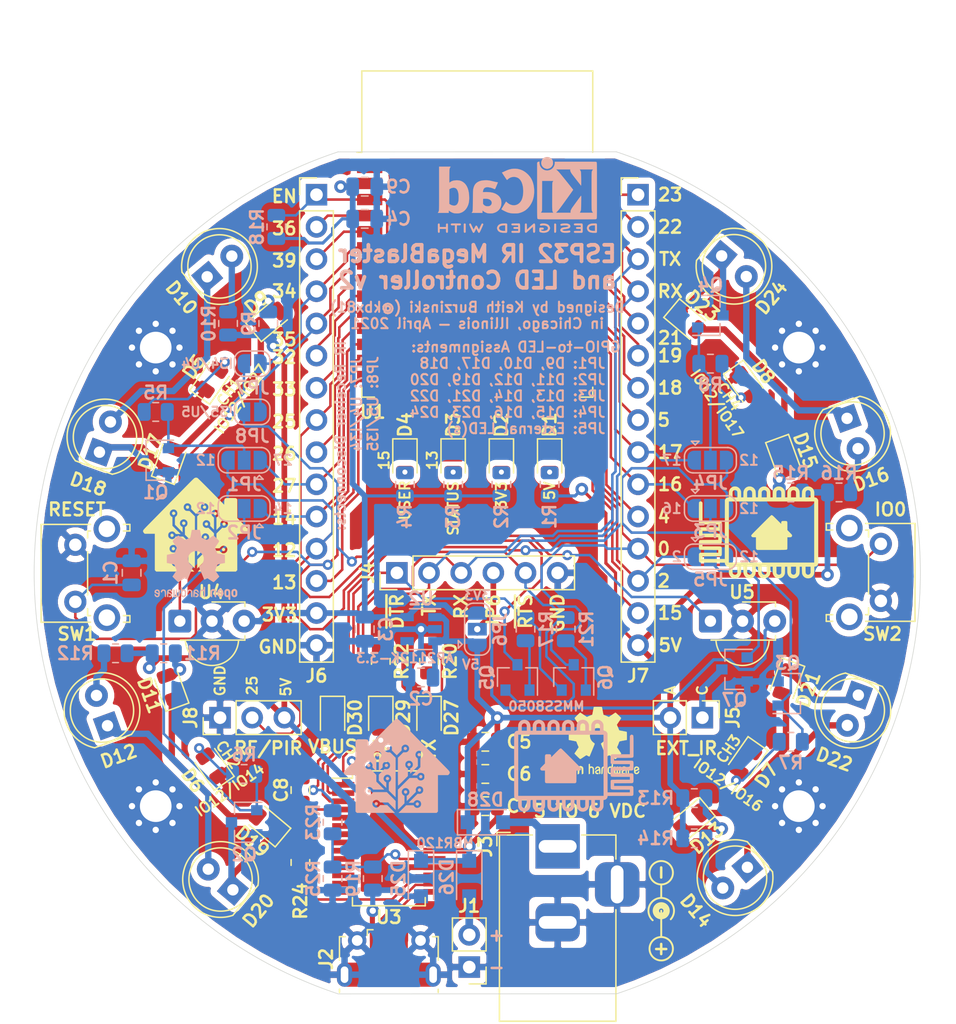
<source format=kicad_pcb>
(kicad_pcb (version 20171130) (host pcbnew "(5.1.9-0-10_14)")
  (layers (0 F.Cu signal) (31 B.Cu signal) (34 B.Paste user) (35 F.Paste user) (36 B.SilkS user) (37 F.SilkS user) (38 B.Mask user) (39 F.Mask user) (44 Edge.Cuts user))
  (net 0 "")
  (net 1 GND)
  (net 2 +5V)
  (net 3 +3V3)
  (net 4 "Net-(D1-Pad2)")
  (net 5 "Net-(D2-Pad2)")
  (net 6 "Net-(D3-Pad2)")
  (net 7 "Net-(D4-Pad2)")
  (net 8 "Net-(D10-Pad2)")
  (net 9 "Net-(D11-Pad2)")
  (net 10 "Net-(D11-Pad1)")
  (net 11 /ESP_EN)
  (net 12 "Net-(C8-Pad1)")
  (net 13 /GPIO13)
  (net 14 /GPIO14)
  (net 15 "Net-(D5-Pad2)")
  (net 16 "Net-(D6-Pad2)")
  (net 17 "Net-(D7-Pad2)")
  (net 18 "Net-(D8-Pad2)")
  (net 19 "Net-(D10-Pad1)")
  (net 20 "Net-(D13-Pad2)")
  (net 21 "Net-(D13-Pad1)")
  (net 22 "Net-(D15-Pad2)")
  (net 23 "Net-(D15-Pad1)")
  (net 24 /FET1)
  (net 25 /FET2)
  (net 26 /FET3)
  (net 27 /FET4)
  (net 28 /USB_VBUS)
  (net 29 "Net-(D26-Pad2)")
  (net 30 "Net-(D27-Pad1)")
  (net 31 "Net-(D28-Pad2)")
  (net 32 "Net-(D29-Pad1)")
  (net 33 "Net-(D30-Pad2)")
  (net 34 /USB_D+)
  (net 35 /USB_D-)
  (net 36 /~RTS)
  (net 37 /ESP_RXD)
  (net 38 /ESP_TXD)
  (net 39 /~DTR)
  (net 40 /GPIO12)
  (net 41 /GPIO27)
  (net 42 /GPIO26)
  (net 43 /GPIO25)
  (net 44 /GPIO33)
  (net 45 /GPIO32)
  (net 46 /GPI35)
  (net 47 /GPI34)
  (net 48 /GPI39)
  (net 49 /GPI36)
  (net 50 /GPIO15)
  (net 51 /GPIO2)
  (net 52 /GPIO0)
  (net 53 /GPIO4)
  (net 54 /GPIO16)
  (net 55 /GPIO17)
  (net 56 /GPIO5)
  (net 57 /GPIO18)
  (net 58 /GPIO19)
  (net 59 /GPIO21)
  (net 60 /GPIO22)
  (net 61 /GPIO23)
  (net 62 /GATE1)
  (net 63 /GATE2)
  (net 64 /GATE3)
  (net 65 /GATE4)
  (net 66 "Net-(JP8-Pad1)")
  (net 67 "Net-(Q5-Pad1)")
  (net 68 "Net-(Q6-Pad1)")
  (net 69 /USB_~RESET)
  (net 70 "Net-(R20-Pad2)")
  (net 71 "Net-(D9-Pad2)")
  (net 72 "Net-(D17-Pad2)")
  (net 73 "Net-(D12-Pad2)")
  (net 74 "Net-(D12-Pad1)")
  (net 75 "Net-(D14-Pad2)")
  (net 76 "Net-(D14-Pad1)")
  (net 77 "Net-(D16-Pad2)")
  (net 78 "Net-(D16-Pad1)")
  (net 79 "Net-(R22-Pad2)")
  (net 80 "Net-(R24-Pad2)")
  (net 81 "Net-(J4-Pad4)")
  (net 82 "Net-(J5-Pad1)")
  (net 83 /GATE5)
  (net 84 "Net-(JP7-Pad1)")
  (module project_footprints:HomeAssistant_slik_logo (layer B.Cu) (at 143.65 105.24 180)
    (fp_text reference G*** hide)
    (fp_text value LOGO hide)
  )
  (module project_footprints:ESPHome_slik_logo (layer B.Cu) (at 157.62 105.24 180)
    (fp_text reference G*** hide)
    (fp_text value LOGO hide)
  )
  (module Symbol:OSHW-Logo2_7.3x6mm_SilkScreen (layer F.Cu) (at 159.525 103.335)
    (fp_text reference REF** hide)
    (fp_text value OSHW-Logo2_7.3x6mm_SilkScreen hide)
  )
  (module project_footprints:HomeAssistant_slik_logo (layer F.Cu) (at 127.775 86.19)
    (fp_text reference G*** hide)
    (fp_text value LOGO hide)
  )
  (module project_footprints:ESPHome_slik_logo (layer F.Cu) (at 172.225 86.825)
    (fp_text reference G*** hide)
    (fp_text value LOGO hide)
  )
  (module Symbol:OSHW-Logo2_7.3x6mm_SilkScreen (layer B.Cu) (at 127.775 89.365 180)
    (fp_text reference REF** hide)
    (fp_text value OSHW-Logo2_7.3x6mm_SilkScreen hide)
  )
  (module Symbol:KiCad-Logo2_5mm_SilkScreen (layer B.Cu) (at 153.175 60.155 180)
    (fp_text reference REF** hide)
    (fp_text value KiCad-Logo2_5mm_SilkScreen hide)
  )
  (module Symbol:Symbol_Barrel_Polarity (layer F.Cu) (at 164.605 116.67 270)
    (fp_text reference REF** hide)
    (fp_text value Symbol_Barrel_Polarity)
  )
  (module Package_TO_SOT_SMD:SOT-23 (layer B.Cu) (at 170.32 97.62 180)
    (fp_text reference Q7 (at 0 -2.413) (layer B.SilkS) (effects (font (thickness 0.2)) (justify mirror)))
    (fp_text value 2N7002)
    (pad 3 smd rect (at 1 0 180) (size 0.9 0.8) (layers B.Cu B.Paste B.Mask) (net 82 "Net-(J5-Pad1)"))
    (pad 2 smd rect (at -1 -0.95 180) (size 0.9 0.8) (layers B.Cu B.Paste B.Mask) (net 1 GND))
    (pad 1 smd rect (at -1 0.95 180) (size 0.9 0.8) (layers B.Cu B.Paste B.Mask) (net 83 /GATE5))
  )
  (module Jumper:SolderJumper-3_P1.3mm_Open_RoundedPad1.0x1.5mm (layer B.Cu) (at 168.415 88.73)
    (fp_text reference JP5 (at 0 1.8) (layer B.SilkS) (effects (font (thickness 0.2)) (justify mirror)))
    (fp_text value IO12/IO2)
    (fp_text user 12 (at 3.048 0) (layer B.SilkS) (effects (font (size 0.8 0.8) (thickness 0.16)) (justify mirror)))
    (fp_text user 2 (at -2.667 0) (layer B.SilkS) (effects (font (size 0.8 0.8) (thickness 0.16)) (justify mirror)))
    (pad 2 smd rect (at 0 0) (size 1 1.5) (layers B.Cu B.Mask) (net 83 /GATE5))
    (pad 3 smd custom (at 1.3 0) (size 1 0.5) (layers B.Cu B.Mask) (net 40 /GPIO12) (options (clearance outline) (anchor rect)) (primitives (gr_circle (center 0 -0.25) (end 0.5 -0.25) (width 0)) (gr_circle (center 0 0.25) (end 0.5 0.25) (width 0)) (gr_poly (pts (xy -0.55 0.75) (xy 0 0.75) (xy 0 -0.75) (xy -0.55 -0.75)) (width 0))))
    (pad 1 smd custom (at -1.3 0) (size 1 0.5) (layers B.Cu B.Mask) (net 51 /GPIO2) (options (clearance outline) (anchor rect)) (primitives (gr_circle (center 0 -0.25) (end 0.5 -0.25) (width 0)) (gr_circle (center 0 0.25) (end 0.5 0.25) (width 0)) (gr_poly (pts (xy 0.55 0.75) (xy 0 0.75) (xy 0 -0.75) (xy 0.55 -0.75)) (width 0))))
  )
  (module Connector_PinHeader_2.54mm:PinHeader_1x02_P2.54mm_Vertical (layer F.Cu) (at 167.78 101.43 270)
    (fp_text reference J5 (at 0 -2.413 90) (layer F.SilkS) (effects (font (thickness 0.2))))
    (fp_text value EXT_IR (at 2.413 1.27 180) (layer F.SilkS) (effects (font (thickness 0.2))))
    (fp_text user A (at -2.159 2.54 270) (layer F.SilkS) (effects (font (size 0.8 0.8) (thickness 0.16))))
    (fp_text user C (at -2.159 0 270) (layer F.SilkS) (effects (font (size 0.8 0.8) (thickness 0.16))))
    (pad 2 thru_hole oval (at 0 2.54 270) (size 1.7 1.7) (drill 1) (layers *.Cu *.Mask) (net 2 +5V))
    (pad 1 thru_hole rect (at 0 0 270) (size 1.7 1.7) (drill 1) (layers *.Cu *.Mask) (net 82 "Net-(J5-Pad1)"))
  )
  (module Resistor_SMD:R_0805_2012Metric (layer B.Cu) (at 174.765 83.65 180)
    (fp_text reference R15 (at 0 1.524) (layer B.SilkS) (effects (font (thickness 0.2)) (justify mirror)))
    (fp_text value 100)
    (pad 1 smd roundrect (at -0.9125 0 180) (size 1.025 1.4) (layers B.Cu B.Paste B.Mask) (roundrect_rratio 0.2439004878048781) (net 2 +5V))
    (pad 2 smd roundrect (at 0.9125 0 180) (size 1.025 1.4) (layers B.Cu B.Paste B.Mask) (roundrect_rratio 0.2439004878048781) (net 22 "Net-(D15-Pad2)"))
  )
  (module Resistor_SMD:R_0805_2012Metric (layer B.Cu) (at 167.145 107.78)
    (fp_text reference R13 (at -3.048 0) (layer B.SilkS) (effects (font (thickness 0.2)) (justify mirror)))
    (fp_text value 100)
    (pad 2 smd roundrect (at 0.9125 0) (size 1.025 1.4) (layers B.Cu B.Paste B.Mask) (roundrect_rratio 0.2439004878048781) (net 20 "Net-(D13-Pad2)"))
    (pad 1 smd roundrect (at -0.9125 0) (size 1.025 1.4) (layers B.Cu B.Paste B.Mask) (roundrect_rratio 0.2439004878048781) (net 2 +5V))
  )
  (module Resistor_SMD:R_0805_2012Metric (layer B.Cu) (at 125.235 96.35)
    (fp_text reference R11 (at 3.048 0 180) (layer B.SilkS) (effects (font (thickness 0.2)) (justify mirror)))
    (fp_text value 100)
    (pad 2 smd roundrect (at 0.9125 0) (size 1.025 1.4) (layers B.Cu B.Paste B.Mask) (roundrect_rratio 0.2439004878048781) (net 9 "Net-(D11-Pad2)"))
    (pad 1 smd roundrect (at -0.9125 0) (size 1.025 1.4) (layers B.Cu B.Paste B.Mask) (roundrect_rratio 0.2439004878048781) (net 2 +5V))
  )
  (module Resistor_SMD:R_0805_2012Metric (layer B.Cu) (at 133.49 70.315 90)
    (fp_text reference R9 (at 0 -1.524 90) (layer B.SilkS) (effects (font (thickness 0.2)) (justify mirror)))
    (fp_text value 100)
    (pad 2 smd roundrect (at 0.9125 0 90) (size 1.025 1.4) (layers B.Cu B.Paste B.Mask) (roundrect_rratio 0.2439004878048781) (net 71 "Net-(D9-Pad2)"))
    (pad 1 smd roundrect (at -0.9125 0 90) (size 1.025 1.4) (layers B.Cu B.Paste B.Mask) (roundrect_rratio 0.2439004878048781) (net 2 +5V))
  )
  (module MountingHole:MountingHole_2.5mm_Pad_Via (layer F.Cu) (at 175.4 108.415)
    (fp_text reference H4 hide)
    (fp_text value -)
    (pad 1 thru_hole circle (at 1.325825 -1.325825) (size 0.8 0.8) (drill 0.5) (layers *.Cu *.Mask) (net 1 GND))
    (pad 1 thru_hole circle (at 0 -1.875) (size 0.8 0.8) (drill 0.5) (layers *.Cu *.Mask) (net 1 GND))
    (pad 1 thru_hole circle (at -1.325825 -1.325825) (size 0.8 0.8) (drill 0.5) (layers *.Cu *.Mask) (net 1 GND))
    (pad 1 thru_hole circle (at -1.875 0) (size 0.8 0.8) (drill 0.5) (layers *.Cu *.Mask) (net 1 GND))
    (pad 1 thru_hole circle (at -1.325825 1.325825) (size 0.8 0.8) (drill 0.5) (layers *.Cu *.Mask) (net 1 GND))
    (pad 1 thru_hole circle (at 0 1.875) (size 0.8 0.8) (drill 0.5) (layers *.Cu *.Mask) (net 1 GND))
    (pad 1 thru_hole circle (at 1.325825 1.325825) (size 0.8 0.8) (drill 0.5) (layers *.Cu *.Mask) (net 1 GND))
    (pad 1 thru_hole circle (at 1.875 0) (size 0.8 0.8) (drill 0.5) (layers *.Cu *.Mask) (net 1 GND))
    (pad 1 thru_hole circle (at 0 0) (size 5 5) (drill 2.5) (layers *.Cu *.Mask) (net 1 GND))
  )
  (module Connector_PinHeader_2.54mm:PinHeader_1x06_P2.54mm_Vertical (layer F.Cu) (at 143.65 90 90)
    (fp_text reference J4 (at 0 -2.33 90) (layer F.SilkS) (effects (font (thickness 0.2))))
    (fp_text value SERIAL)
    (fp_text user GND (at -3.175 12.7 90) (layer F.SilkS) (effects (font (thickness 0.2))))
    (fp_text user ~RTS (at -3.048 10.16 90) (layer F.SilkS) (effects (font (thickness 0.2))))
    (fp_text user JP6 (at -3.048 7.62 90) (layer F.SilkS) (effects (font (thickness 0.2))))
    (fp_text user RX (at -2.667 5.08 90) (layer F.SilkS) (effects (font (thickness 0.2))))
    (fp_text user TX (at -2.54 2.54 90) (layer F.SilkS) (effects (font (thickness 0.2))))
    (fp_text user ~DTR (at -3.048 0 90) (layer F.SilkS) (effects (font (thickness 0.2))))
    (pad 6 thru_hole oval (at 0 12.7 90) (size 1.7 1.7) (drill 1) (layers *.Cu *.Mask) (net 1 GND))
    (pad 5 thru_hole oval (at 0 10.16 90) (size 1.7 1.7) (drill 1) (layers *.Cu *.Mask) (net 36 /~RTS))
    (pad 4 thru_hole oval (at 0 7.62 90) (size 1.7 1.7) (drill 1) (layers *.Cu *.Mask) (net 81 "Net-(J4-Pad4)"))
    (pad 3 thru_hole oval (at 0 5.08 90) (size 1.7 1.7) (drill 1) (layers *.Cu *.Mask) (net 37 /ESP_RXD))
    (pad 2 thru_hole oval (at 0 2.54 90) (size 1.7 1.7) (drill 1) (layers *.Cu *.Mask) (net 38 /ESP_TXD))
    (pad 1 thru_hole rect (at 0 0 90) (size 1.7 1.7) (drill 1) (layers *.Cu *.Mask) (net 39 /~DTR))
  )
  (module Connector_PinHeader_2.54mm:PinHeader_1x15_P2.54mm_Vertical (layer F.Cu) (at 137.3 60.155)
    (fp_text reference J6 (at 0 37.973) (layer F.SilkS) (effects (font (thickness 0.2))))
    (fp_text value IO)
    (fp_text user 36 (at -2.54 2.667) (layer F.SilkS) (effects (font (thickness 0.2))))
    (fp_text user 39 (at -2.54 5.207) (layer F.SilkS) (effects (font (thickness 0.2))))
    (fp_text user 34 (at -2.54 7.62) (layer F.SilkS) (effects (font (thickness 0.2))))
    (fp_text user 35 (at -2.54 11.43) (layer F.SilkS) (effects (font (thickness 0.2))))
    (fp_text user 32 (at -2.54 12.827) (layer F.SilkS) (effects (font (thickness 0.2))))
    (fp_text user 33 (at -2.54 15.367) (layer F.SilkS) (effects (font (thickness 0.2))))
    (fp_text user 25 (at -2.54 17.907) (layer F.SilkS) (effects (font (thickness 0.2))))
    (fp_text user 26 (at -2.54 20.447) (layer F.SilkS) (effects (font (thickness 0.2))))
    (fp_text user 27 (at -2.54 22.987) (layer F.SilkS) (effects (font (thickness 0.2))))
    (fp_text user 14 (at -2.54 25.527) (layer F.SilkS) (effects (font (thickness 0.2))))
    (fp_text user 12 (at -2.54 28.067) (layer F.SilkS) (effects (font (thickness 0.2))))
    (fp_text user 13 (at -2.54 30.607) (layer F.SilkS) (effects (font (thickness 0.2))))
    (fp_text user 3V3 (at -2.921 33.147) (layer F.SilkS) (effects (font (thickness 0.2))))
    (fp_text user GND (at -3.048 35.687) (layer F.SilkS) (effects (font (thickness 0.2))))
    (fp_text user EN (at -2.54 0.127) (layer F.SilkS) (effects (font (thickness 0.2))))
    (pad 15 thru_hole oval (at 0 35.56) (size 1.7 1.7) (drill 1) (layers *.Cu *.Mask) (net 1 GND))
    (pad 14 thru_hole oval (at 0 33.02) (size 1.7 1.7) (drill 1) (layers *.Cu *.Mask) (net 3 +3V3))
    (pad 13 thru_hole oval (at 0 30.48) (size 1.7 1.7) (drill 1) (layers *.Cu *.Mask) (net 13 /GPIO13))
    (pad 12 thru_hole oval (at 0 27.94) (size 1.7 1.7) (drill 1) (layers *.Cu *.Mask) (net 40 /GPIO12))
    (pad 11 thru_hole oval (at 0 25.4) (size 1.7 1.7) (drill 1) (layers *.Cu *.Mask) (net 14 /GPIO14))
    (pad 10 thru_hole oval (at 0 22.86) (size 1.7 1.7) (drill 1) (layers *.Cu *.Mask) (net 41 /GPIO27))
    (pad 9 thru_hole oval (at 0 20.32) (size 1.7 1.7) (drill 1) (layers *.Cu *.Mask) (net 42 /GPIO26))
    (pad 8 thru_hole oval (at 0 17.78) (size 1.7 1.7) (drill 1) (layers *.Cu *.Mask) (net 43 /GPIO25))
    (pad 7 thru_hole oval (at 0 15.24) (size 1.7 1.7) (drill 1) (layers *.Cu *.Mask) (net 44 /GPIO33))
    (pad 6 thru_hole oval (at 0 12.7) (size 1.7 1.7) (drill 1) (layers *.Cu *.Mask) (net 45 /GPIO32))
    (pad 5 thru_hole oval (at 0 10.16) (size 1.7 1.7) (drill 1) (layers *.Cu *.Mask) (net 46 /GPI35))
    (pad 4 thru_hole oval (at 0 7.62) (size 1.7 1.7) (drill 1) (layers *.Cu *.Mask) (net 47 /GPI34))
    (pad 3 thru_hole oval (at 0 5.08) (size 1.7 1.7) (drill 1) (layers *.Cu *.Mask) (net 48 /GPI39))
    (pad 2 thru_hole oval (at 0 2.54) (size 1.7 1.7) (drill 1) (layers *.Cu *.Mask) (net 49 /GPI36))
    (pad 1 thru_hole rect (at 0 0) (size 1.7 1.7) (drill 1) (layers *.Cu *.Mask) (net 11 /ESP_EN))
  )
  (module Connector_PinHeader_2.54mm:PinHeader_1x15_P2.54mm_Vertical (layer F.Cu) (at 162.7 60.155)
    (fp_text reference J7 (at 0 37.973) (layer F.SilkS) (effects (font (thickness 0.2))))
    (fp_text value IO)
    (fp_text user 23 (at 2.54 0) (layer F.SilkS) (effects (font (thickness 0.2))))
    (fp_text user 22 (at 2.54 2.54) (layer F.SilkS) (effects (font (thickness 0.2))))
    (fp_text user TX (at 2.54 5.08) (layer F.SilkS) (effects (font (thickness 0.2))))
    (fp_text user RX (at 2.54 7.62) (layer F.SilkS) (effects (font (thickness 0.2))))
    (fp_text user 21 (at 2.54 11.303) (layer F.SilkS) (effects (font (thickness 0.2))))
    (fp_text user 19 (at 2.54 12.7) (layer F.SilkS) (effects (font (thickness 0.2))))
    (fp_text user 18 (at 2.54 15.24) (layer F.SilkS) (effects (font (thickness 0.2))))
    (fp_text user 5 (at 2.032 17.78) (layer F.SilkS) (effects (font (thickness 0.2))))
    (fp_text user 17 (at 2.54 20.32) (layer F.SilkS) (effects (font (thickness 0.2))))
    (fp_text user 16 (at 2.54 22.86) (layer F.SilkS) (effects (font (thickness 0.2))))
    (fp_text user 4 (at 2.032 25.4) (layer F.SilkS) (effects (font (thickness 0.2))))
    (fp_text user 0 (at 2.032 27.94) (layer F.SilkS) (effects (font (thickness 0.2))))
    (fp_text user 2 (at 2.032 30.48) (layer F.SilkS) (effects (font (thickness 0.2))))
    (fp_text user 15 (at 2.54 33.02) (layer F.SilkS) (effects (font (thickness 0.2))))
    (fp_text user 5V (at 2.54 35.56) (layer F.SilkS) (effects (font (thickness 0.2))))
    (pad 15 thru_hole oval (at 0 35.56) (size 1.7 1.7) (drill 1) (layers *.Cu *.Mask) (net 2 +5V))
    (pad 14 thru_hole oval (at 0 33.02) (size 1.7 1.7) (drill 1) (layers *.Cu *.Mask) (net 50 /GPIO15))
    (pad 13 thru_hole oval (at 0 30.48) (size 1.7 1.7) (drill 1) (layers *.Cu *.Mask) (net 51 /GPIO2))
    (pad 12 thru_hole oval (at 0 27.94) (size 1.7 1.7) (drill 1) (layers *.Cu *.Mask) (net 52 /GPIO0))
    (pad 11 thru_hole oval (at 0 25.4) (size 1.7 1.7) (drill 1) (layers *.Cu *.Mask) (net 53 /GPIO4))
    (pad 10 thru_hole oval (at 0 22.86) (size 1.7 1.7) (drill 1) (layers *.Cu *.Mask) (net 54 /GPIO16))
    (pad 9 thru_hole oval (at 0 20.32) (size 1.7 1.7) (drill 1) (layers *.Cu *.Mask) (net 55 /GPIO17))
    (pad 8 thru_hole oval (at 0 17.78) (size 1.7 1.7) (drill 1) (layers *.Cu *.Mask) (net 56 /GPIO5))
    (pad 7 thru_hole oval (at 0 15.24) (size 1.7 1.7) (drill 1) (layers *.Cu *.Mask) (net 57 /GPIO18))
    (pad 6 thru_hole oval (at 0 12.7) (size 1.7 1.7) (drill 1) (layers *.Cu *.Mask) (net 58 /GPIO19))
    (pad 5 thru_hole oval (at 0 10.16) (size 1.7 1.7) (drill 1) (layers *.Cu *.Mask) (net 59 /GPIO21))
    (pad 4 thru_hole oval (at 0 7.62) (size 1.7 1.7) (drill 1) (layers *.Cu *.Mask) (net 37 /ESP_RXD))
    (pad 3 thru_hole oval (at 0 5.08) (size 1.7 1.7) (drill 1) (layers *.Cu *.Mask) (net 38 /ESP_TXD))
    (pad 2 thru_hole oval (at 0 2.54) (size 1.7 1.7) (drill 1) (layers *.Cu *.Mask) (net 60 /GPIO22))
    (pad 1 thru_hole rect (at 0 0) (size 1.7 1.7) (drill 1) (layers *.Cu *.Mask) (net 61 /GPIO23))
  )
  (module Diode_SMD:D_SOD-123F (layer B.Cu) (at 145.555 114.13 270)
    (fp_text reference D25 (at 0 1.778 270) (layer B.SilkS) (effects (font (thickness 0.2)) (justify mirror)))
    (fp_text value MBR120)
    (pad 2 smd rect (at 1.4 0 270) (size 1.1 1.1) (layers B.Cu B.Paste B.Mask) (net 28 /USB_VBUS))
    (pad 1 smd rect (at -1.4 0 270) (size 1.1 1.1) (layers B.Cu B.Paste B.Mask) (net 2 +5V))
  )
  (module Connector_BarrelJack:BarrelJack_Horizontal (layer F.Cu) (at 156.35 111.59 90)
    (fp_text reference J3 (at 0 -5.715 270) (layer F.SilkS) (effects (font (thickness 0.2))))
    (fp_text value "5 TO 6 VDC" (at 2.794 2.54) (layer F.SilkS) (effects (font (thickness 0.2))))
    (fp_text user "+      -" (at -5.08 8.1026 270) (layer F.SilkS) (effects (font (size 1.04 1.04) (thickness 0.2))))
    (pad 3 thru_hole roundrect (at -3 4.7 90) (size 3.5 3.5) (drill oval 3 1) (layers *.Cu *.Mask) (net 1 GND))
    (pad 2 thru_hole roundrect (at -6 0 90) (size 3 3.5) (drill oval 1 3) (layers *.Cu *.Mask) (net 1 GND))
    (pad 1 thru_hole rect (at 0 0 90) (size 3.5 3.5) (drill oval 1 3) (layers *.Cu *.Mask) (net 31 "Net-(D28-Pad2)"))
  )
  (module Diode_SMD:D_SOD-123F (layer B.Cu) (at 150.635 109.685)
    (fp_text reference D28 (at 0 -1.778 180) (layer B.SilkS) (effects (font (thickness 0.2)) (justify mirror)))
    (fp_text value MBR120 (at -3.175 1.651 180) (layer B.SilkS) (effects (font (size 0.75 0.75) (thickness 0.16)) (justify mirror)))
    (pad 2 smd rect (at 1.4 0) (size 1.1 1.1) (layers B.Cu B.Paste B.Mask) (net 31 "Net-(D28-Pad2)"))
    (pad 1 smd rect (at -1.4 0) (size 1.1 1.1) (layers B.Cu B.Paste B.Mask) (net 2 +5V))
  )
  (module Diode_SMD:D_SOD-123F (layer B.Cu) (at 149.365 114.13 270)
    (fp_text reference D26 (at -0.127 1.778 90) (layer B.SilkS) (effects (font (thickness 0.2)) (justify mirror)))
    (fp_text value MBR120)
    (pad 2 smd rect (at 1.4 0 270) (size 1.1 1.1) (layers B.Cu B.Paste B.Mask) (net 29 "Net-(D26-Pad2)"))
    (pad 1 smd rect (at -1.4 0 270) (size 1.1 1.1) (layers B.Cu B.Paste B.Mask) (net 2 +5V))
  )
  (module Package_SO:SSOP-28_5.3x10.2mm_P0.65mm (layer F.Cu) (at 143.015 110.955)
    (fp_text reference U3 (at 0 6.223) (layer F.SilkS) (effects (font (thickness 0.2))))
    (fp_text value FT232RL)
    (pad 28 smd rect (at 3.6 -4.225) (size 1.75 0.45) (layers F.Cu F.Paste F.Mask))
    (pad 27 smd rect (at 3.6 -3.575) (size 1.75 0.45) (layers F.Cu F.Paste F.Mask))
    (pad 26 smd rect (at 3.6 -2.925) (size 1.75 0.45) (layers F.Cu F.Paste F.Mask) (net 1 GND))
    (pad 25 smd rect (at 3.6 -2.275) (size 1.75 0.45) (layers F.Cu F.Paste F.Mask) (net 1 GND))
    (pad 24 smd rect (at 3.6 -1.625) (size 1.75 0.45) (layers F.Cu F.Paste F.Mask))
    (pad 23 smd rect (at 3.6 -0.975) (size 1.75 0.45) (layers F.Cu F.Paste F.Mask) (net 70 "Net-(R20-Pad2)"))
    (pad 22 smd rect (at 3.6 -0.325) (size 1.75 0.45) (layers F.Cu F.Paste F.Mask) (net 79 "Net-(R22-Pad2)"))
    (pad 21 smd rect (at 3.6 0.325) (size 1.75 0.45) (layers F.Cu F.Paste F.Mask) (net 1 GND))
    (pad 20 smd rect (at 3.6 0.975) (size 1.75 0.45) (layers F.Cu F.Paste F.Mask) (net 2 +5V))
    (pad 19 smd rect (at 3.6 1.625) (size 1.75 0.45) (layers F.Cu F.Paste F.Mask) (net 69 /USB_~RESET))
    (pad 18 smd rect (at 3.6 2.275) (size 1.75 0.45) (layers F.Cu F.Paste F.Mask) (net 1 GND))
    (pad 17 smd rect (at 3.6 2.925) (size 1.75 0.45) (layers F.Cu F.Paste F.Mask) (net 12 "Net-(C8-Pad1)"))
    (pad 16 smd rect (at 3.6 3.575) (size 1.75 0.45) (layers F.Cu F.Paste F.Mask) (net 35 /USB_D-))
    (pad 15 smd rect (at 3.6 4.225) (size 1.75 0.45) (layers F.Cu F.Paste F.Mask) (net 34 /USB_D+))
    (pad 14 smd rect (at -3.6 4.225) (size 1.75 0.45) (layers F.Cu F.Paste F.Mask) (net 80 "Net-(R24-Pad2)"))
    (pad 13 smd rect (at -3.6 3.575) (size 1.75 0.45) (layers F.Cu F.Paste F.Mask))
    (pad 12 smd rect (at -3.6 2.925) (size 1.75 0.45) (layers F.Cu F.Paste F.Mask))
    (pad 11 smd rect (at -3.6 2.275) (size 1.75 0.45) (layers F.Cu F.Paste F.Mask))
    (pad 10 smd rect (at -3.6 1.625) (size 1.75 0.45) (layers F.Cu F.Paste F.Mask))
    (pad 9 smd rect (at -3.6 0.975) (size 1.75 0.45) (layers F.Cu F.Paste F.Mask))
    (pad 8 smd rect (at -3.6 0.325) (size 1.75 0.45) (layers F.Cu F.Paste F.Mask))
    (pad 7 smd rect (at -3.6 -0.325) (size 1.75 0.45) (layers F.Cu F.Paste F.Mask) (net 1 GND))
    (pad 6 smd rect (at -3.6 -0.975) (size 1.75 0.45) (layers F.Cu F.Paste F.Mask))
    (pad 5 smd rect (at -3.6 -1.625) (size 1.75 0.45) (layers F.Cu F.Paste F.Mask) (net 38 /ESP_TXD))
    (pad 4 smd rect (at -3.6 -2.275) (size 1.75 0.45) (layers F.Cu F.Paste F.Mask) (net 12 "Net-(C8-Pad1)"))
    (pad 3 smd rect (at -3.6 -2.925) (size 1.75 0.45) (layers F.Cu F.Paste F.Mask) (net 36 /~RTS))
    (pad 2 smd rect (at -3.6 -3.575) (size 1.75 0.45) (layers F.Cu F.Paste F.Mask) (net 39 /~DTR))
    (pad 1 smd rect (at -3.6 -4.225) (size 1.75 0.45) (layers F.Cu F.Paste F.Mask) (net 37 /ESP_RXD))
  )
  (module Package_TO_SOT_SMD:SOT-23-5 (layer B.Cu) (at 145.555 94.445 180)
    (fp_text reference U2 (at 0 2.413) (layer B.SilkS) (effects (font (thickness 0.2)) (justify mirror)))
    (fp_text value AP2112K-3.3 (at 1.27 -2.286) (layer B.SilkS) (effects (font (size 0.75 0.75) (thickness 0.16)) (justify mirror)))
    (pad 5 smd rect (at 1.1 0.95 180) (size 1.06 0.65) (layers B.Cu B.Paste B.Mask) (net 3 +3V3))
    (pad 4 smd rect (at 1.1 -0.95 180) (size 1.06 0.65) (layers B.Cu B.Paste B.Mask))
    (pad 3 smd rect (at -1.1 -0.95 180) (size 1.06 0.65) (layers B.Cu B.Paste B.Mask) (net 2 +5V))
    (pad 2 smd rect (at -1.1 0 180) (size 1.06 0.65) (layers B.Cu B.Paste B.Mask) (net 1 GND))
    (pad 1 smd rect (at -1.1 0.95 180) (size 1.06 0.65) (layers B.Cu B.Paste B.Mask) (net 2 +5V))
  )
  (module Button_Switch_THT:SW_Tactile_SPST_Angled_PTS645Vx58-2LFS (layer F.Cu) (at 181.877 87.714 270)
    (fp_text reference SW2 (at 7.112 -0.127 180) (layer F.SilkS) (effects (font (thickness 0.2))))
    (fp_text value IO0 (at -2.714 -0.762 180) (layer F.SilkS) (effects (font (thickness 0.2))))
    (pad "" thru_hole circle (at -1.25 2.49 270) (size 2.1 2.1) (drill 1.3) (layers *.Cu *.Mask))
    (pad 1 thru_hole circle (at 0 0 270) (size 1.75 1.75) (drill 0.99) (layers *.Cu *.Mask) (net 52 /GPIO0))
    (pad 2 thru_hole circle (at 4.5 0 270) (size 1.75 1.75) (drill 0.99) (layers *.Cu *.Mask) (net 1 GND))
    (pad "" thru_hole circle (at 5.76 2.49 270) (size 2.1 2.1) (drill 1.3) (layers *.Cu *.Mask))
  )
  (module Button_Switch_THT:SW_Tactile_SPST_Angled_PTS645Vx58-2LFS (layer F.Cu) (at 118.25 92.286 90)
    (fp_text reference SW1 (at -2.54 0.127 180) (layer F.SilkS) (effects (font (thickness 0.2))))
    (fp_text value RESET (at 7.286 0.127 180) (layer F.SilkS) (effects (font (thickness 0.2))))
    (pad "" thru_hole circle (at -1.25 2.49 90) (size 2.1 2.1) (drill 1.3) (layers *.Cu *.Mask))
    (pad 1 thru_hole circle (at 0 0 90) (size 1.75 1.75) (drill 0.99) (layers *.Cu *.Mask) (net 11 /ESP_EN))
    (pad 2 thru_hole circle (at 4.5 0 90) (size 1.75 1.75) (drill 0.99) (layers *.Cu *.Mask) (net 1 GND))
    (pad "" thru_hole circle (at 5.76 2.49 90) (size 2.1 2.1) (drill 1.3) (layers *.Cu *.Mask))
  )
  (module Resistor_SMD:R_0805_2012Metric (layer B.Cu) (at 138.57 114.13 90)
    (fp_text reference R25 (at 0 -1.524 270) (layer B.SilkS) (effects (font (thickness 0.2)) (justify mirror)))
    (fp_text value 10K)
    (pad 2 smd roundrect (at 0.9125 0 90) (size 1.025 1.4) (layers B.Cu B.Paste B.Mask) (roundrect_rratio 0.2439004878048781) (net 69 /USB_~RESET))
    (pad 1 smd roundrect (at -0.9125 0 90) (size 1.025 1.4) (layers B.Cu B.Paste B.Mask) (roundrect_rratio 0.2439004878048781) (net 1 GND))
  )
  (module Resistor_SMD:R_0805_2012Metric (layer F.Cu) (at 136.03 112.86 270)
    (fp_text reference R24 (at 3.048 0 90) (layer F.SilkS) (effects (font (thickness 0.2))))
    (fp_text value 10K)
    (pad 2 smd roundrect (at 0.9125 0 270) (size 1.025 1.4) (layers F.Cu F.Paste F.Mask) (roundrect_rratio 0.2439004878048781) (net 80 "Net-(R24-Pad2)"))
    (pad 1 smd roundrect (at -0.9125 0 270) (size 1.025 1.4) (layers F.Cu F.Paste F.Mask) (roundrect_rratio 0.2439004878048781) (net 12 "Net-(C8-Pad1)"))
  )
  (module Resistor_SMD:R_0805_2012Metric (layer B.Cu) (at 138.57 109.685 270)
    (fp_text reference R23 (at 0 1.524 270) (layer B.SilkS) (effects (font (thickness 0.2)) (justify mirror)))
    (fp_text value 10K)
    (pad 2 smd roundrect (at 0.9125 0 270) (size 1.025 1.4) (layers B.Cu B.Paste B.Mask) (roundrect_rratio 0.2439004878048781) (net 69 /USB_~RESET))
    (pad 1 smd roundrect (at -0.9125 0 270) (size 1.025 1.4) (layers B.Cu B.Paste B.Mask) (roundrect_rratio 0.2439004878048781) (net 33 "Net-(D30-Pad2)"))
  )
  (module Resistor_SMD:R_0805_2012Metric (layer F.Cu) (at 142.38 96.985 90)
    (fp_text reference R22 (at 0 1.651 270) (layer F.SilkS) (effects (font (thickness 0.2))))
    (fp_text value 2K7)
    (pad 2 smd roundrect (at 0.9125 0 90) (size 1.025 1.4) (layers F.Cu F.Paste F.Mask) (roundrect_rratio 0.2439004878048781) (net 79 "Net-(R22-Pad2)"))
    (pad 1 smd roundrect (at -0.9125 0 90) (size 1.025 1.4) (layers F.Cu F.Paste F.Mask) (roundrect_rratio 0.2439004878048781) (net 32 "Net-(D29-Pad1)"))
  )
  (module Resistor_SMD:R_0805_2012Metric (layer B.Cu) (at 156.985 94.445 90)
    (fp_text reference R21 (at 0 1.65 90) (layer B.SilkS) (effects (font (thickness 0.2)) (justify mirror)))
    (fp_text value 10K)
    (pad 2 smd roundrect (at 0.9125 0 90) (size 1.025 1.4) (layers B.Cu B.Paste B.Mask) (roundrect_rratio 0.2439004878048781) (net 36 /~RTS))
    (pad 1 smd roundrect (at -0.9125 0 90) (size 1.025 1.4) (layers B.Cu B.Paste B.Mask) (roundrect_rratio 0.2439004878048781) (net 68 "Net-(Q6-Pad1)"))
  )
  (module Resistor_SMD:R_0805_2012Metric (layer F.Cu) (at 146.19 96.985 90)
    (fp_text reference R20 (at 0 1.651 90) (layer F.SilkS) (effects (font (thickness 0.2))))
    (fp_text value 1K2)
    (pad 2 smd roundrect (at 0.9125 0 90) (size 1.025 1.4) (layers F.Cu F.Paste F.Mask) (roundrect_rratio 0.2439004878048781) (net 70 "Net-(R20-Pad2)"))
    (pad 1 smd roundrect (at -0.9125 0 90) (size 1.025 1.4) (layers F.Cu F.Paste F.Mask) (roundrect_rratio 0.2439004878048781) (net 30 "Net-(D27-Pad1)"))
  )
  (module Resistor_SMD:R_0805_2012Metric (layer B.Cu) (at 141.745 114.13 270)
    (fp_text reference R19 (at 0 1.524 270) (layer B.SilkS) (effects (font (thickness 0.2)) (justify mirror)))
    (fp_text value 4K7)
    (pad 2 smd roundrect (at 0.9125 0 270) (size 1.025 1.4) (layers B.Cu B.Paste B.Mask) (roundrect_rratio 0.2439004878048781) (net 28 /USB_VBUS))
    (pad 1 smd roundrect (at -0.9125 0 270) (size 1.025 1.4) (layers B.Cu B.Paste B.Mask) (roundrect_rratio 0.2439004878048781) (net 69 /USB_~RESET))
  )
  (module Resistor_SMD:R_0805_2012Metric (layer B.Cu) (at 134.125 62.695 90)
    (fp_text reference R18 (at 0 -1.524 270) (layer B.SilkS) (effects (font (thickness 0.2)) (justify mirror)))
    (fp_text value 10K)
    (pad 1 smd roundrect (at -0.9125 0 90) (size 1.025 1.4) (layers B.Cu B.Paste B.Mask) (roundrect_rratio 0.2439004878048781) (net 3 +3V3))
    (pad 2 smd roundrect (at 0.9125 0 90) (size 1.025 1.4) (layers B.Cu B.Paste B.Mask) (roundrect_rratio 0.2439004878048781) (net 11 /ESP_EN))
  )
  (module Resistor_SMD:R_0805_2012Metric (layer B.Cu) (at 153.81 94.445 90)
    (fp_text reference R17 (at 0 1.65 90) (layer B.SilkS) (effects (font (thickness 0.2)) (justify mirror)))
    (fp_text value 10K)
    (pad 2 smd roundrect (at 0.9125 0 90) (size 1.025 1.4) (layers B.Cu B.Paste B.Mask) (roundrect_rratio 0.2439004878048781) (net 39 /~DTR))
    (pad 1 smd roundrect (at -0.9125 0 90) (size 1.025 1.4) (layers B.Cu B.Paste B.Mask) (roundrect_rratio 0.2439004878048781) (net 67 "Net-(Q5-Pad1)"))
  )
  (module Resistor_SMD:R_0805_2012Metric (layer B.Cu) (at 168.415 73.49)
    (fp_text reference R8 (at 0 1.65 180) (layer B.SilkS) (effects (font (thickness 0.2)) (justify mirror)))
    (fp_text value 2K7)
    (pad 2 smd roundrect (at 0.9125 0) (size 1.025 1.4) (layers B.Cu B.Paste B.Mask) (roundrect_rratio 0.2439004878048781) (net 18 "Net-(D8-Pad2)"))
    (pad 1 smd roundrect (at -0.9125 0) (size 1.025 1.4) (layers B.Cu B.Paste B.Mask) (roundrect_rratio 0.2439004878048781) (net 65 /GATE4))
  )
  (module Resistor_SMD:R_0805_2012Metric (layer B.Cu) (at 174.765 103.335 180)
    (fp_text reference R7 (at 0 -1.651) (layer B.SilkS) (effects (font (thickness 0.2)) (justify mirror)))
    (fp_text value 2K7)
    (pad 2 smd roundrect (at 0.9125 0 180) (size 1.025 1.4) (layers B.Cu B.Paste B.Mask) (roundrect_rratio 0.2439004878048781) (net 17 "Net-(D7-Pad2)"))
    (pad 1 smd roundrect (at -0.9125 0 180) (size 1.025 1.4) (layers B.Cu B.Paste B.Mask) (roundrect_rratio 0.2439004878048781) (net 64 /GATE3))
  )
  (module Resistor_SMD:R_0805_2012Metric (layer B.Cu) (at 131.585 105.875 180)
    (fp_text reference R6 (at 0 1.524) (layer B.SilkS) (effects (font (thickness 0.2)) (justify mirror)))
    (fp_text value 2K7)
    (pad 1 smd roundrect (at -0.9125 0 180) (size 1.025 1.4) (layers B.Cu B.Paste B.Mask) (roundrect_rratio 0.2439004878048781) (net 63 /GATE2))
    (pad 2 smd roundrect (at 0.9125 0 180) (size 1.025 1.4) (layers B.Cu B.Paste B.Mask) (roundrect_rratio 0.2439004878048781) (net 16 "Net-(D6-Pad2)"))
  )
  (module Resistor_SMD:R_0805_2012Metric (layer B.Cu) (at 124.6 77.3 180)
    (fp_text reference R5 (at 0 1.524) (layer B.SilkS) (effects (font (thickness 0.2)) (justify mirror)))
    (fp_text value 2K7)
    (pad 2 smd roundrect (at 0.9125 0 180) (size 1.025 1.4) (layers B.Cu B.Paste B.Mask) (roundrect_rratio 0.2439004878048781) (net 15 "Net-(D5-Pad2)"))
    (pad 1 smd roundrect (at -0.9125 0 180) (size 1.025 1.4) (layers B.Cu B.Paste B.Mask) (roundrect_rratio 0.2439004878048781) (net 62 /GATE1))
  )
  (module Resistor_SMD:R_0805_2012Metric (layer B.Cu) (at 144.285 83.015 90)
    (fp_text reference R4 (at -2.54 0 90) (layer B.SilkS) (effects (font (thickness 0.2)) (justify mirror)))
    (fp_text value 1K2)
    (pad 2 smd roundrect (at 0.9125 0 90) (size 1.025 1.4) (layers B.Cu B.Paste B.Mask) (roundrect_rratio 0.2439004878048781) (net 7 "Net-(D4-Pad2)"))
    (pad 1 smd roundrect (at -0.9125 0 90) (size 1.025 1.4) (layers B.Cu B.Paste B.Mask) (roundrect_rratio 0.2439004878048781) (net 3 +3V3))
  )
  (module Resistor_SMD:R_0805_2012Metric (layer B.Cu) (at 148.095 83.015 90)
    (fp_text reference R3 (at -2.54 0 90) (layer B.SilkS) (effects (font (thickness 0.2)) (justify mirror)))
    (fp_text value 120)
    (pad 2 smd roundrect (at 0.9125 0 90) (size 1.025 1.4) (layers B.Cu B.Paste B.Mask) (roundrect_rratio 0.2439004878048781) (net 6 "Net-(D3-Pad2)"))
    (pad 1 smd roundrect (at -0.9125 0 90) (size 1.025 1.4) (layers B.Cu B.Paste B.Mask) (roundrect_rratio 0.2439004878048781) (net 3 +3V3))
  )
  (module Resistor_SMD:R_0805_2012Metric (layer B.Cu) (at 151.905 83.015 90)
    (fp_text reference R2 (at -2.54 0 270) (layer B.SilkS) (effects (font (thickness 0.2)) (justify mirror)))
    (fp_text value 1K6)
    (pad 2 smd roundrect (at 0.9125 0 90) (size 1.025 1.4) (layers B.Cu B.Paste B.Mask) (roundrect_rratio 0.2439004878048781) (net 5 "Net-(D2-Pad2)"))
    (pad 1 smd roundrect (at -0.9125 0 90) (size 1.025 1.4) (layers B.Cu B.Paste B.Mask) (roundrect_rratio 0.2439004878048781) (net 3 +3V3))
  )
  (module Resistor_SMD:R_0805_2012Metric (layer B.Cu) (at 155.715 83.015 90)
    (fp_text reference R1 (at -2.54 0 270) (layer B.SilkS) (effects (font (thickness 0.2)) (justify mirror)))
    (fp_text value 8K2)
    (pad 2 smd roundrect (at 0.9125 0 90) (size 1.025 1.4) (layers B.Cu B.Paste B.Mask) (roundrect_rratio 0.2439004878048781) (net 4 "Net-(D1-Pad2)"))
    (pad 1 smd roundrect (at -0.9125 0 90) (size 1.025 1.4) (layers B.Cu B.Paste B.Mask) (roundrect_rratio 0.2439004878048781) (net 2 +5V))
  )
  (module Resistor_SMD:R_0805_2012Metric (layer B.Cu) (at 178.575 83.65)
    (fp_text reference R16 (at 0 -1.524) (layer B.SilkS) (effects (font (thickness 0.2)) (justify mirror)))
    (fp_text value 100)
    (pad 2 smd roundrect (at 0.9125 0) (size 1.025 1.4) (layers B.Cu B.Paste B.Mask) (roundrect_rratio 0.2439004878048781) (net 77 "Net-(D16-Pad2)"))
    (pad 1 smd roundrect (at -0.9125 0) (size 1.025 1.4) (layers B.Cu B.Paste B.Mask) (roundrect_rratio 0.2439004878048781) (net 2 +5V))
  )
  (module Resistor_SMD:R_0805_2012Metric (layer B.Cu) (at 167.145 110.955)
    (fp_text reference R14 (at -3.048 0) (layer B.SilkS) (effects (font (thickness 0.2)) (justify mirror)))
    (fp_text value 100)
    (pad 2 smd roundrect (at 0.9125 0) (size 1.025 1.4) (layers B.Cu B.Paste B.Mask) (roundrect_rratio 0.2439004878048781) (net 75 "Net-(D14-Pad2)"))
    (pad 1 smd roundrect (at -0.9125 0) (size 1.025 1.4) (layers B.Cu B.Paste B.Mask) (roundrect_rratio 0.2439004878048781) (net 2 +5V))
  )
  (module Resistor_SMD:R_0805_2012Metric (layer B.Cu) (at 121.425 96.35 180)
    (fp_text reference R12 (at 3.175 0) (layer B.SilkS) (effects (font (thickness 0.2)) (justify mirror)))
    (fp_text value 100)
    (pad 2 smd roundrect (at 0.9125 0 180) (size 1.025 1.4) (layers B.Cu B.Paste B.Mask) (roundrect_rratio 0.2439004878048781) (net 73 "Net-(D12-Pad2)"))
    (pad 1 smd roundrect (at -0.9125 0 180) (size 1.025 1.4) (layers B.Cu B.Paste B.Mask) (roundrect_rratio 0.2439004878048781) (net 2 +5V))
  )
  (module Resistor_SMD:R_0805_2012Metric (layer B.Cu) (at 130.315 70.315 90)
    (fp_text reference R10 (at 0 -1.524 90) (layer B.SilkS) (effects (font (thickness 0.2)) (justify mirror)))
    (fp_text value 100)
    (pad 2 smd roundrect (at 0.9125 0 90) (size 1.025 1.4) (layers B.Cu B.Paste B.Mask) (roundrect_rratio 0.2439004878048781) (net 8 "Net-(D10-Pad2)"))
    (pad 1 smd roundrect (at -0.9125 0 90) (size 1.025 1.4) (layers B.Cu B.Paste B.Mask) (roundrect_rratio 0.2439004878048781) (net 2 +5V))
  )
  (module Package_TO_SOT_SMD:SOT-23 (layer B.Cu) (at 157.62 98.255 90)
    (fp_text reference Q6 (at 0 2.5 90) (layer B.SilkS) (effects (font (thickness 0.2)) (justify mirror)))
    (fp_text value MMSS8050)
    (pad 3 smd rect (at 1 0 90) (size 0.9 0.8) (layers B.Cu B.Paste B.Mask) (net 52 /GPIO0))
    (pad 2 smd rect (at -1 -0.95 90) (size 0.9 0.8) (layers B.Cu B.Paste B.Mask) (net 39 /~DTR))
    (pad 1 smd rect (at -1 0.95 90) (size 0.9 0.8) (layers B.Cu B.Paste B.Mask) (net 68 "Net-(Q6-Pad1)"))
  )
  (module Package_TO_SOT_SMD:SOT-23 (layer B.Cu) (at 153.175 98.255 90)
    (fp_text reference Q5 (at 0 -2.413 90) (layer B.SilkS) (effects (font (thickness 0.2)) (justify mirror)))
    (fp_text value MMSS8050 (at -2.286 2.286 180) (layer B.SilkS) (effects (font (size 0.75 0.75) (thickness 0.16)) (justify mirror)))
    (pad 3 smd rect (at 1 0 90) (size 0.9 0.8) (layers B.Cu B.Paste B.Mask) (net 11 /ESP_EN))
    (pad 2 smd rect (at -1 -0.95 90) (size 0.9 0.8) (layers B.Cu B.Paste B.Mask) (net 36 /~RTS))
    (pad 1 smd rect (at -1 0.95 90) (size 0.9 0.8) (layers B.Cu B.Paste B.Mask) (net 67 "Net-(Q5-Pad1)"))
  )
  (module Jumper:SolderJumper-3_P1.3mm_Open_RoundedPad1.0x1.5mm (layer B.Cu) (at 150 94.445 90)
    (fp_text reference JP6 (at 0 1.8 270) (layer B.SilkS) (effects (font (thickness 0.2)) (justify mirror)))
    (fp_text value 5V/3V3)
    (fp_text user 3V3 (at 2.667 0 180) (layer B.SilkS) (effects (font (size 0.75 0.75) (thickness 0.16)) (justify mirror)))
    (fp_text user 5V (at -2.794 -0.508 180) (layer B.SilkS) (effects (font (size 0.75 0.75) (thickness 0.16)) (justify mirror)))
    (pad 2 smd rect (at 0 0 90) (size 1 1.5) (layers B.Cu B.Mask) (net 81 "Net-(J4-Pad4)"))
    (pad 3 smd custom (at 1.3 0 90) (size 1 0.5) (layers B.Cu B.Mask) (net 3 +3V3) (options (clearance outline) (anchor rect)) (primitives (gr_circle (center 0 -0.25) (end 0.5 -0.25) (width 0)) (gr_circle (center 0 0.25) (end 0.5 0.25) (width 0)) (gr_poly (pts (xy -0.55 0.75) (xy 0 0.75) (xy 0 -0.75) (xy -0.55 -0.75)) (width 0))))
    (pad 1 smd custom (at -1.3 0 90) (size 1 0.5) (layers B.Cu B.Mask) (net 2 +5V) (options (clearance outline) (anchor rect)) (primitives (gr_circle (center 0 -0.25) (end 0.5 -0.25) (width 0)) (gr_circle (center 0 0.25) (end 0.5 0.25) (width 0)) (gr_poly (pts (xy 0.55 0.75) (xy 0 0.75) (xy 0 -0.75) (xy 0.55 -0.75)) (width 0))))
  )
  (module Jumper:SolderJumper-3_P1.3mm_Open_RoundedPad1.0x1.5mm (layer B.Cu) (at 131.585 81.11 180)
    (fp_text reference JP1 (at 0 -1.905) (layer B.SilkS) (effects (font (thickness 0.2)) (justify mirror)))
    (fp_text value IO12/IO27)
    (fp_text user 12 (at 3.048 0 180) (layer B.SilkS) (effects (font (size 0.8 0.8) (thickness 0.16)) (justify mirror)))
    (fp_text user 27 (at -3.048 0 180) (layer B.SilkS) (effects (font (size 0.8 0.8) (thickness 0.16)) (justify mirror)))
    (pad 2 smd rect (at 0 0 180) (size 1 1.5) (layers B.Cu B.Mask) (net 62 /GATE1))
    (pad 3 smd custom (at 1.3 0 180) (size 1 0.5) (layers B.Cu B.Mask) (net 40 /GPIO12) (options (clearance outline) (anchor rect)) (primitives (gr_circle (center 0 -0.25) (end 0.5 -0.25) (width 0)) (gr_circle (center 0 0.25) (end 0.5 0.25) (width 0)) (gr_poly (pts (xy -0.55 0.75) (xy 0 0.75) (xy 0 -0.75) (xy -0.55 -0.75)) (width 0))))
    (pad 1 smd custom (at -1.3 0 180) (size 1 0.5) (layers B.Cu B.Mask) (net 41 /GPIO27) (options (clearance outline) (anchor rect)) (primitives (gr_circle (center 0 -0.25) (end 0.5 -0.25) (width 0)) (gr_circle (center 0 0.25) (end 0.5 0.25) (width 0)) (gr_poly (pts (xy 0.55 0.75) (xy 0 0.75) (xy 0 -0.75) (xy 0.55 -0.75)) (width 0))))
  )
  (module Connector_PinHeader_2.54mm:PinHeader_1x03_P2.54mm_Vertical (layer F.Cu) (at 129.68 101.43 90)
    (fp_text reference J8 (at 0 -2.33 90) (layer F.SilkS) (effects (font (thickness 0.2))))
    (fp_text value RF/PIR (at -2.413 3.81 180) (layer F.SilkS) (effects (font (thickness 0.2))))
    (fp_text user GND (at 2.921 0 90) (layer F.SilkS) (effects (font (size 0.8 0.8) (thickness 0.16))))
    (fp_text user 5V (at 2.413 5.207 90) (layer F.SilkS) (effects (font (size 0.8 0.8) (thickness 0.16))))
    (fp_text user 25 (at 2.54 2.54 90) (layer F.SilkS) (effects (font (size 0.8 0.8) (thickness 0.16))))
    (pad 3 thru_hole oval (at 0 5.08 90) (size 1.7 1.7) (drill 1) (layers *.Cu *.Mask) (net 2 +5V))
    (pad 2 thru_hole oval (at 0 2.54 90) (size 1.7 1.7) (drill 1) (layers *.Cu *.Mask) (net 43 /GPIO25))
    (pad 1 thru_hole rect (at 0 0 90) (size 1.7 1.7) (drill 1) (layers *.Cu *.Mask) (net 1 GND))
  )
  (module Connector_USB:USB_Micro-B_Molex-105017-0001 (layer F.Cu) (at 143.015 120.48)
    (fp_text reference J2 (at -4.953 0 90) (layer F.SilkS) (effects (font (thickness 0.2))))
    (fp_text value N/A)
    (pad 6 smd rect (at -2.9 1.2375) (size 1.2 1.9) (layers F.Cu F.Mask) (net 1 GND))
    (pad 6 smd rect (at 2.9 1.2375) (size 1.2 1.9) (layers F.Cu F.Mask) (net 1 GND))
    (pad 6 thru_hole oval (at 3.5 1.2375) (size 1.2 1.9) (drill oval 0.6 1.3) (layers *.Cu *.Mask) (net 1 GND))
    (pad 6 thru_hole oval (at -3.5 1.2375 180) (size 1.2 1.9) (drill oval 0.6 1.3) (layers *.Cu *.Mask) (net 1 GND))
    (pad 6 smd rect (at -1 1.2375) (size 1.5 1.9) (layers F.Cu F.Paste F.Mask) (net 1 GND))
    (pad 6 thru_hole circle (at 2.5 -1.4625) (size 1.45 1.45) (drill 0.85) (layers *.Cu *.Mask) (net 1 GND))
    (pad 3 smd rect (at 0 -1.4625) (size 0.4 1.35) (layers F.Cu F.Paste F.Mask) (net 34 /USB_D+))
    (pad 4 smd rect (at 0.65 -1.4625) (size 0.4 1.35) (layers F.Cu F.Paste F.Mask))
    (pad 5 smd rect (at 1.3 -1.4625) (size 0.4 1.35) (layers F.Cu F.Paste F.Mask) (net 1 GND))
    (pad 1 smd rect (at -1.3 -1.4625) (size 0.4 1.35) (layers F.Cu F.Paste F.Mask) (net 28 /USB_VBUS))
    (pad 2 smd rect (at -0.65 -1.4625) (size 0.4 1.35) (layers F.Cu F.Paste F.Mask) (net 35 /USB_D-))
    (pad 6 thru_hole circle (at -2.5 -1.4625) (size 1.45 1.45) (drill 0.85) (layers *.Cu *.Mask) (net 1 GND))
    (pad 6 smd rect (at 1 1.2375) (size 1.5 1.9) (layers F.Cu F.Paste F.Mask) (net 1 GND))
  )
  (module Connector_PinHeader_2.54mm:PinHeader_1x02_P2.54mm_Vertical (layer F.Cu) (at 149.365 121.115 180)
    (fp_text reference J1 (at 0 4.826) (layer F.SilkS) (effects (font (thickness 0.2))))
    (fp_text value POWER)
    (fp_text user - (at -2.159 0 180) (layer B.SilkS) (effects (font (thickness 0.2)) (justify mirror)))
    (fp_text user + (at -2.159 2.54 180) (layer B.SilkS) (effects (font (thickness 0.2)) (justify mirror)))
    (pad 2 thru_hole oval (at 0 2.54 180) (size 1.7 1.7) (drill 1) (layers *.Cu *.Mask) (net 29 "Net-(D26-Pad2)"))
    (pad 1 thru_hole rect (at 0 0 180) (size 1.7 1.7) (drill 1) (layers *.Cu *.Mask) (net 1 GND))
  )
  (module LED_SMD:LED_0805_2012Metric (layer F.Cu) (at 138.57 101.43 270)
    (fp_text reference D30 (at 0 -1.778 90) (layer F.SilkS) (effects (font (thickness 0.2))))
    (fp_text value VBUS (at 2.286 0 180) (layer F.SilkS) (effects (font (thickness 0.2))))
    (pad 2 smd roundrect (at 0.9375 0 270) (size 0.975 1.4) (layers F.Cu F.Paste F.Mask) (net 33 "Net-(D30-Pad2)"))
    (pad 1 smd roundrect (at -0.9375 0 270) (size 0.975 1.4) (layers F.Cu F.Paste F.Mask) (net 1 GND))
  )
  (module LED_SMD:LED_0805_2012Metric (layer F.Cu) (at 142.38 101.43 270)
    (fp_text reference D29 (at 0 -1.778 90) (layer F.SilkS) (effects (font (thickness 0.2))))
    (fp_text value RX (at 2.667 0 90) (layer F.SilkS) (effects (font (thickness 0.2))))
    (pad 2 smd roundrect (at 0.9375 0 270) (size 0.975 1.4) (layers F.Cu F.Paste F.Mask) (net 12 "Net-(C8-Pad1)"))
    (pad 1 smd roundrect (at -0.9375 0 270) (size 0.975 1.4) (layers F.Cu F.Paste F.Mask) (net 32 "Net-(D29-Pad1)"))
  )
  (module LED_SMD:LED_0805_2012Metric (layer F.Cu) (at 146.19 101.43 270)
    (fp_text reference D27 (at 0 -1.778 90) (layer F.SilkS) (effects (font (thickness 0.2))))
    (fp_text value TX (at 2.54 0 90) (layer F.SilkS) (effects (font (thickness 0.2))))
    (pad 2 smd roundrect (at 0.9375 0 270) (size 0.975 1.4) (layers F.Cu F.Paste F.Mask) (net 12 "Net-(C8-Pad1)"))
    (pad 1 smd roundrect (at -0.9375 0 270) (size 0.975 1.4) (layers F.Cu F.Paste F.Mask) (net 30 "Net-(D27-Pad1)"))
  )
  (module LED_SMD:LED_0805_2012Metric (layer F.Cu) (at 166.637 70.188 320)
    (fp_text reference D23 (at 0.059249 -1.707583 140) (layer F.SilkS) (effects (font (thickness 0.2))))
    (fp_text value CH4)
    (pad 2 smd roundrect (at 0.9375 0 320) (size 0.975 1.4) (layers F.Cu F.Paste F.Mask) (net 23 "Net-(D15-Pad1)"))
    (pad 1 smd roundrect (at -0.9375 0 320) (size 0.975 1.4) (layers F.Cu F.Paste F.Mask) (net 27 /FET4))
  )
  (module LED_SMD:LED_0805_2012Metric (layer F.Cu) (at 174.384 98.636 250)
    (fp_text reference D21 (at -0.077812 -1.863787 70) (layer F.SilkS) (effects (font (thickness 0.2))))
    (fp_text value CH3)
    (pad 1 smd roundrect (at -0.9375 0 250) (size 0.975 1.4) (layers F.Cu F.Paste F.Mask) (net 26 /FET3))
    (pad 2 smd roundrect (at 0.9375 0 250) (size 0.975 1.4) (layers F.Cu F.Paste F.Mask) (net 21 "Net-(D13-Pad1)"))
  )
  (module LED_SMD:LED_0805_2012Metric (layer F.Cu) (at 133.363 109.812 140)
    (fp_text reference D19 (at -0.022385 -1.80487 140) (layer F.SilkS) (effects (font (thickness 0.2))))
    (fp_text value CH2)
    (pad 2 smd roundrect (at 0.9375 0 140) (size 0.975 1.4) (layers F.Cu F.Paste F.Mask) (net 10 "Net-(D11-Pad1)"))
    (pad 1 smd roundrect (at -0.9375 0 140) (size 0.975 1.4) (layers F.Cu F.Paste F.Mask) (net 25 /FET2))
  )
  (module LED_SMD:LED_0805_2012Metric (layer F.Cu) (at 125.743 81.11 70)
    (fp_text reference D17 (at 0.075466 -1.649274 70) (layer F.SilkS) (effects (font (thickness 0.2))))
    (fp_text value CH1)
    (pad 2 smd roundrect (at 0.9375 0 70) (size 0.975 1.4) (layers F.Cu F.Paste F.Mask) (net 72 "Net-(D17-Pad2)"))
    (pad 1 smd roundrect (at -0.9375 0 70) (size 0.975 1.4) (layers F.Cu F.Paste F.Mask) (net 24 /FET1))
  )
  (module LED_SMD:LED_0805_2012Metric (layer F.Cu) (at 174.257 80.983 290)
    (fp_text reference D15 (at -0.03203 -1.768615 110) (layer F.SilkS) (effects (font (thickness 0.2))))
    (fp_text value CH4)
    (pad 2 smd roundrect (at 0.9375 0 290) (size 0.975 1.4) (layers F.Cu F.Paste F.Mask) (net 22 "Net-(D15-Pad2)"))
    (pad 1 smd roundrect (at -0.9375 0 290) (size 0.975 1.4) (layers F.Cu F.Paste F.Mask) (net 23 "Net-(D15-Pad1)"))
  )
  (module LED_SMD:LED_0805_2012Metric (layer F.Cu) (at 166.891 109.558 220)
    (fp_text reference D13 (at -0.074902 -1.886504 40) (layer F.SilkS) (effects (font (thickness 0.2))))
    (fp_text value CH3)
    (pad 2 smd roundrect (at 0.9375 0 220) (size 0.975 1.4) (layers F.Cu F.Paste F.Mask) (net 20 "Net-(D13-Pad2)"))
    (pad 1 smd roundrect (at -0.9375 0 220) (size 0.975 1.4) (layers F.Cu F.Paste F.Mask) (net 21 "Net-(D13-Pad1)"))
  )
  (module LED_SMD:LED_0805_2012Metric (layer F.Cu) (at 125.743 99.017 110)
    (fp_text reference D11 (at -0.03203 -1.768615 290) (layer F.SilkS) (effects (font (thickness 0.2))))
    (fp_text value CH2)
    (pad 2 smd roundrect (at 0.9375 0 110) (size 0.975 1.4) (layers F.Cu F.Paste F.Mask) (net 9 "Net-(D11-Pad2)"))
    (pad 1 smd roundrect (at -0.9375 0 110) (size 0.975 1.4) (layers F.Cu F.Paste F.Mask) (net 10 "Net-(D11-Pad1)"))
  )
  (module LED_SMD:LED_0805_2012Metric (layer F.Cu) (at 133.617 69.934 40)
    (fp_text reference D9 (at 0.038039 -1.625949 40) (layer F.SilkS) (effects (font (thickness 0.2))))
    (fp_text value CH1)
    (pad 2 smd roundrect (at 0.9375 0 40) (size 0.975 1.4) (layers F.Cu F.Paste F.Mask) (net 71 "Net-(D9-Pad2)"))
    (pad 1 smd roundrect (at -0.9375 0 40) (size 0.975 1.4) (layers F.Cu F.Paste F.Mask) (net 72 "Net-(D17-Pad2)"))
  )
  (module LED_SMD:LED_0805_2012Metric (layer F.Cu) (at 171.209 75.141 305)
    (fp_text reference D8 (at -0.030972 -1.727109 125) (layer F.SilkS) (effects (font (thickness 0.2))))
    (fp_text value CH4 (at 0 1.65 125) (layer F.SilkS) (effects (font (size 0.8 0.8) (thickness 0.16))))
    (fp_text user IO12/IO17 (at -0.062808 2.746712 305) (layer F.SilkS) (effects (font (size 0.8 0.8) (thickness 0.16))))
    (pad 2 smd roundrect (at 0.9375 0 305) (size 0.975 1.4) (layers F.Cu F.Paste F.Mask) (net 18 "Net-(D8-Pad2)"))
    (pad 1 smd roundrect (at -0.9375 0 305) (size 0.975 1.4) (layers F.Cu F.Paste F.Mask) (net 1 GND))
  )
  (module LED_SMD:LED_0805_2012Metric (layer F.Cu) (at 171.209 104.859 235)
    (fp_text reference D7 (at -0.010684 -2.008018 55) (layer F.SilkS) (effects (font (thickness 0.2))))
    (fp_text value CH3 (at 0 1.65 55) (layer F.SilkS) (effects (font (size 0.8 0.8) (thickness 0.16))))
    (fp_text user IO12/IO16 (at 2.361771 0.051692 325) (layer F.SilkS) (effects (font (size 0.8 0.8) (thickness 0.16))))
    (pad 2 smd roundrect (at 0.9375 0 235) (size 0.975 1.4) (layers F.Cu F.Paste F.Mask) (net 17 "Net-(D7-Pad2)"))
    (pad 1 smd roundrect (at -0.9375 0 235) (size 0.975 1.4) (layers F.Cu F.Paste F.Mask) (net 1 GND))
  )
  (module LED_SMD:LED_0805_2012Metric (layer F.Cu) (at 129.045 105.24 125)
    (fp_text reference D6 (at -0.06216 -1.903986 125) (layer F.SilkS) (effects (font (thickness 0.2))))
    (fp_text value CH2 (at -0.000216 1.550233 125) (layer F.SilkS) (effects (font (size 0.8 0.8) (thickness 0.16))))
    (fp_text user IO12/IO14 (at -2.361771 0.051692 215) (layer F.SilkS) (effects (font (size 0.8 0.8) (thickness 0.16))))
    (pad 2 smd roundrect (at 0.9375 0 125) (size 0.975 1.4) (layers F.Cu F.Paste F.Mask) (net 16 "Net-(D6-Pad2)"))
    (pad 1 smd roundrect (at -0.9375 0 125) (size 0.975 1.4) (layers F.Cu F.Paste F.Mask) (net 1 GND))
  )
  (module LED_SMD:LED_0805_2012Metric (layer F.Cu) (at 129.045 74.76 55)
    (fp_text reference D5 (at 0.030972 -1.727109 55) (layer F.SilkS) (effects (font (thickness 0.2))))
    (fp_text value CH1 (at 0 1.65 55) (layer F.SilkS) (effects (font (size 0.8 0.8) (thickness 0.16))))
    (fp_text user IO12/IO27 (at 0.062808 2.746712 55) (layer F.SilkS) (effects (font (size 0.8 0.8) (thickness 0.16))))
    (pad 2 smd roundrect (at 0.9375 0 55) (size 0.975 1.4) (layers F.Cu F.Paste F.Mask) (net 15 "Net-(D5-Pad2)"))
    (pad 1 smd roundrect (at -0.9375 0 55) (size 0.975 1.4) (layers F.Cu F.Paste F.Mask) (net 1 GND))
  )
  (module LED_SMD:LED_0805_2012Metric (layer F.Cu) (at 144.285 81.11 270)
    (fp_text reference D4 (at -2.794 0 90) (layer F.SilkS) (effects (font (thickness 0.2))))
    (fp_text value USER (at 3.175 0 90) (layer F.SilkS) (effects (font (size 0.8 0.8) (thickness 0.16))))
    (fp_text user 15 (at 0 1.651 270) (layer F.SilkS) (effects (font (size 0.8 0.8) (thickness 0.16))))
    (pad 2 smd roundrect (at 0.9375 0 270) (size 0.975 1.4) (layers F.Cu F.Paste F.Mask) (net 7 "Net-(D4-Pad2)"))
    (pad 1 smd roundrect (at -0.9375 0 270) (size 0.975 1.4) (layers F.Cu F.Paste F.Mask) (net 50 /GPIO15))
  )
  (module LED_SMD:LED_0805_2012Metric (layer F.Cu) (at 148.095 81.11 270)
    (fp_text reference D3 (at -2.794 0 90) (layer F.SilkS) (effects (font (thickness 0.2))))
    (fp_text value STATUS (at 3.81 0 90) (layer F.SilkS) (effects (font (size 0.8 0.8) (thickness 0.16))))
    (fp_text user 13 (at 0 1.651 270) (layer F.SilkS) (effects (font (size 0.8 0.8) (thickness 0.16))))
    (pad 2 smd roundrect (at 0.9375 0 270) (size 0.975 1.4) (layers F.Cu F.Paste F.Mask) (net 6 "Net-(D3-Pad2)"))
    (pad 1 smd roundrect (at -0.9375 0 270) (size 0.975 1.4) (layers F.Cu F.Paste F.Mask) (net 13 /GPIO13))
  )
  (module LED_SMD:LED_0805_2012Metric (layer F.Cu) (at 151.905 81.11 270)
    (fp_text reference D2 (at -2.794 0 90) (layer F.SilkS) (effects (font (thickness 0.2))))
    (fp_text value 3V3 (at 2.794 0 90) (layer F.SilkS) (effects (font (size 0.8 0.8) (thickness 0.16))))
    (pad 2 smd roundrect (at 0.9375 0 270) (size 0.975 1.4) (layers F.Cu F.Paste F.Mask) (net 5 "Net-(D2-Pad2)"))
    (pad 1 smd roundrect (at -0.9375 0 270) (size 0.975 1.4) (layers F.Cu F.Paste F.Mask) (net 1 GND))
  )
  (module LED_SMD:LED_0805_2012Metric (layer F.Cu) (at 155.715 81.11 270)
    (fp_text reference D1 (at -2.794 0 90) (layer F.SilkS) (effects (font (thickness 0.2))))
    (fp_text value 5V (at 2.413 0 90) (layer F.SilkS) (effects (font (size 0.8 0.8) (thickness 0.16))))
    (pad 2 smd roundrect (at 0.9375 0 270) (size 0.975 1.4) (layers F.Cu F.Paste F.Mask) (net 4 "Net-(D1-Pad2)"))
    (pad 1 smd roundrect (at -0.9375 0 270) (size 0.975 1.4) (layers F.Cu F.Paste F.Mask) (net 1 GND))
  )
  (module Capacitor_SMD:C_0805_2012Metric (layer B.Cu) (at 141.11 59.52 180)
    (fp_text reference C9 (at -2.667 0 180) (layer B.SilkS) (effects (font (thickness 0.2)) (justify mirror)))
    (fp_text value "10 uF")
    (pad 2 smd roundrect (at 0.95 0 180) (size 1 1.45) (layers B.Cu B.Paste B.Mask) (net 3 +3V3))
    (pad 1 smd roundrect (at -0.95 0 180) (size 1 1.45) (layers B.Cu B.Paste B.Mask) (net 1 GND))
  )
  (module Capacitor_SMD:C_0805_2012Metric (layer F.Cu) (at 136.03 107.145 90)
    (fp_text reference C8 (at 0 -1.524 90) (layer F.SilkS) (effects (font (thickness 0.2))))
    (fp_text value "100 nF")
    (pad 2 smd roundrect (at 0.95 0 90) (size 1 1.45) (layers F.Cu F.Paste F.Mask) (net 1 GND))
    (pad 1 smd roundrect (at -0.95 0 90) (size 1 1.45) (layers F.Cu F.Paste F.Mask) (net 12 "Net-(C8-Pad1)"))
  )
  (module Capacitor_SMD:C_0805_2012Metric (layer F.Cu) (at 150.635 108.415 180)
    (fp_text reference C7 (at -2.667 0) (layer F.SilkS) (effects (font (thickness 0.2))))
    (fp_text value "100 nF")
    (pad 2 smd roundrect (at 0.95 0 180) (size 1 1.45) (layers F.Cu F.Paste F.Mask) (net 1 GND))
    (pad 1 smd roundrect (at -0.95 0 180) (size 1 1.45) (layers F.Cu F.Paste F.Mask) (net 2 +5V))
  )
  (module Capacitor_SMD:C_0805_2012Metric (layer F.Cu) (at 150.635 105.875 180)
    (fp_text reference C6 (at -2.667 0) (layer F.SilkS) (effects (font (thickness 0.2))))
    (fp_text value "100 nF")
    (pad 2 smd roundrect (at 0.95 0 180) (size 1 1.45) (layers F.Cu F.Paste F.Mask) (net 1 GND))
    (pad 1 smd roundrect (at -0.95 0 180) (size 1 1.45) (layers F.Cu F.Paste F.Mask) (net 2 +5V))
  )
  (module Capacitor_SMD:C_0805_2012Metric (layer F.Cu) (at 150.635 103.335 180)
    (fp_text reference C5 (at -2.667 0) (layer F.SilkS) (effects (font (thickness 0.2))))
    (fp_text value "4.7 uF")
    (pad 2 smd roundrect (at 0.95 0 180) (size 1 1.45) (layers F.Cu F.Paste F.Mask) (net 1 GND))
    (pad 1 smd roundrect (at -0.95 0 180) (size 1 1.45) (layers F.Cu F.Paste F.Mask) (net 2 +5V))
  )
  (module Capacitor_SMD:C_0805_2012Metric (layer B.Cu) (at 141.11 62.06 180)
    (fp_text reference C4 (at -2.667 0) (layer B.SilkS) (effects (font (thickness 0.2)) (justify mirror)))
    (fp_text value "10 uF")
    (pad 2 smd roundrect (at 0.95 0 180) (size 1 1.45) (layers B.Cu B.Paste B.Mask) (net 3 +3V3))
    (pad 1 smd roundrect (at -0.95 0 180) (size 1 1.45) (layers B.Cu B.Paste B.Mask) (net 1 GND))
  )
  (module Capacitor_SMD:C_0805_2012Metric (layer B.Cu) (at 141.11 94.445 90)
    (fp_text reference C3 (at 0 1.68 270) (layer B.SilkS) (effects (font (thickness 0.2)) (justify mirror)))
    (fp_text value "10 uF")
    (pad 2 smd roundrect (at 0.95 0 90) (size 1 1.45) (layers B.Cu B.Paste B.Mask) (net 3 +3V3))
    (pad 1 smd roundrect (at -0.95 0 90) (size 1 1.45) (layers B.Cu B.Paste B.Mask) (net 1 GND))
  )
  (module Capacitor_SMD:C_0805_2012Metric (layer B.Cu) (at 145.555 98.255)
    (fp_text reference C2 (at 0 1.68) (layer B.SilkS) (effects (font (thickness 0.2)) (justify mirror)))
    (fp_text value "10 uF")
    (pad 2 smd roundrect (at 0.95 0) (size 1 1.45) (layers B.Cu B.Paste B.Mask) (net 2 +5V))
    (pad 1 smd roundrect (at -0.95 0) (size 1 1.45) (layers B.Cu B.Paste B.Mask) (net 1 GND))
  )
  (module Capacitor_SMD:C_0805_2012Metric (layer B.Cu) (at 122.695 90 90)
    (fp_text reference C1 (at 0 -1.651 270) (layer B.SilkS) (effects (font (thickness 0.2)) (justify mirror)))
    (fp_text value "1 uF")
    (pad 2 smd roundrect (at 0.95 0 90) (size 1 1.45) (layers B.Cu B.Paste B.Mask) (net 1 GND))
    (pad 1 smd roundrect (at -0.95 0 90) (size 1 1.45) (layers B.Cu B.Paste B.Mask) (net 11 /ESP_EN))
  )
  (module Jumper:SolderJumper-3_P1.3mm_Open_RoundedPad1.0x1.5mm (layer B.Cu) (at 168.415 81.11)
    (fp_text reference JP4 (at 0 1.8) (layer B.SilkS) (effects (font (thickness 0.2)) (justify mirror)))
    (fp_text value IO12/IO17)
    (fp_text user 12 (at 3.048 0) (layer B.SilkS) (effects (font (size 0.8 0.8) (thickness 0.16)) (justify mirror)))
    (fp_text user 17 (at -3.048 0) (layer B.SilkS) (effects (font (size 0.8 0.8) (thickness 0.16)) (justify mirror)))
    (pad 2 smd rect (at 0 0) (size 1 1.5) (layers B.Cu B.Mask) (net 65 /GATE4))
    (pad 3 smd custom (at 1.3 0) (size 1 0.5) (layers B.Cu B.Mask) (net 40 /GPIO12) (options (clearance outline) (anchor rect)) (primitives (gr_circle (center 0 -0.25) (end 0.5 -0.25) (width 0)) (gr_circle (center 0 0.25) (end 0.5 0.25) (width 0)) (gr_poly (pts (xy -0.55 0.75) (xy 0 0.75) (xy 0 -0.75) (xy -0.55 -0.75)) (width 0))))
    (pad 1 smd custom (at -1.3 0) (size 1 0.5) (layers B.Cu B.Mask) (net 55 /GPIO17) (options (clearance outline) (anchor rect)) (primitives (gr_circle (center 0 -0.25) (end 0.5 -0.25) (width 0)) (gr_circle (center 0 0.25) (end 0.5 0.25) (width 0)) (gr_poly (pts (xy 0.55 0.75) (xy 0 0.75) (xy 0 -0.75) (xy 0.55 -0.75)) (width 0))))
  )
  (module Jumper:SolderJumper-3_P1.3mm_Open_RoundedPad1.0x1.5mm (layer B.Cu) (at 168.415 84.92)
    (fp_text reference JP3 (at 0 1.8) (layer B.SilkS) (effects (font (thickness 0.2)) (justify mirror)))
    (fp_text value IO12/IO16)
    (fp_text user 12 (at 3.048 0) (layer B.SilkS) (effects (font (size 0.8 0.8) (thickness 0.16)) (justify mirror)))
    (fp_text user 16 (at -3.048 0) (layer B.SilkS) (effects (font (size 0.8 0.8) (thickness 0.16)) (justify mirror)))
    (pad 2 smd rect (at 0 0) (size 1 1.5) (layers B.Cu B.Mask) (net 64 /GATE3))
    (pad 3 smd custom (at 1.3 0) (size 1 0.5) (layers B.Cu B.Mask) (net 40 /GPIO12) (options (clearance outline) (anchor rect)) (primitives (gr_circle (center 0 -0.25) (end 0.5 -0.25) (width 0)) (gr_circle (center 0 0.25) (end 0.5 0.25) (width 0)) (gr_poly (pts (xy -0.55 0.75) (xy 0 0.75) (xy 0 -0.75) (xy -0.55 -0.75)) (width 0))))
    (pad 1 smd custom (at -1.3 0) (size 1 0.5) (layers B.Cu B.Mask) (net 54 /GPIO16) (options (clearance outline) (anchor rect)) (primitives (gr_circle (center 0 -0.25) (end 0.5 -0.25) (width 0)) (gr_circle (center 0 0.25) (end 0.5 0.25) (width 0)) (gr_poly (pts (xy 0.55 0.75) (xy 0 0.75) (xy 0 -0.75) (xy 0.55 -0.75)) (width 0))))
  )
  (module Jumper:SolderJumper-3_P1.3mm_Open_RoundedPad1.0x1.5mm (layer B.Cu) (at 131.585 84.92 180)
    (fp_text reference JP2 (at 0 -1.905) (layer B.SilkS) (effects (font (thickness 0.2)) (justify mirror)))
    (fp_text value IO12/IO14)
    (fp_text user 12 (at 3.048 0 180) (layer B.SilkS) (effects (font (size 0.8 0.8) (thickness 0.16)) (justify mirror)))
    (fp_text user 14 (at -3.048 0 180) (layer B.SilkS) (effects (font (size 0.8 0.8) (thickness 0.16)) (justify mirror)))
    (pad 2 smd rect (at 0 0 180) (size 1 1.5) (layers B.Cu B.Mask) (net 63 /GATE2))
    (pad 3 smd custom (at 1.3 0 180) (size 1 0.5) (layers B.Cu B.Mask) (net 40 /GPIO12) (options (clearance outline) (anchor rect)) (primitives (gr_circle (center 0 -0.25) (end 0.5 -0.25) (width 0)) (gr_circle (center 0 0.25) (end 0.5 0.25) (width 0)) (gr_poly (pts (xy -0.55 0.75) (xy 0 0.75) (xy 0 -0.75) (xy -0.55 -0.75)) (width 0))))
    (pad 1 smd custom (at -1.3 0 180) (size 1 0.5) (layers B.Cu B.Mask) (net 14 /GPIO14) (options (clearance outline) (anchor rect)) (primitives (gr_circle (center 0 -0.25) (end 0.5 -0.25) (width 0)) (gr_circle (center 0 0.25) (end 0.5 0.25) (width 0)) (gr_poly (pts (xy 0.55 0.75) (xy 0 0.75) (xy 0 -0.75) (xy 0.55 -0.75)) (width 0))))
  )
  (module Jumper:SolderJumper-2_P1.3mm_Open_RoundedPad1.0x1.5mm (layer B.Cu) (at 132.22 77.3)
    (fp_text reference JP8 (at 0 1.905) (layer B.SilkS) (effects (font (thickness 0.2)) (justify mirror)))
    (fp_text value I35/U5 (at -3.556 0) (layer B.SilkS) (effects (font (size 0.75 0.75) (thickness 0.16)) (justify mirror)))
    (pad 2 smd custom (at 0.65 0) (size 1 0.5) (layers B.Cu B.Mask) (net 46 /GPI35) (options (clearance outline) (anchor rect)) (primitives (gr_circle (center 0 -0.25) (end 0.5 -0.25) (width 0)) (gr_circle (center 0 0.25) (end 0.5 0.25) (width 0)) (gr_poly (pts (xy 0 0.75) (xy -0.5 0.75) (xy -0.5 -0.75) (xy 0 -0.75)) (width 0))))
    (pad 1 smd custom (at -0.65 0) (size 1 0.5) (layers B.Cu B.Mask) (net 66 "Net-(JP8-Pad1)") (options (clearance outline) (anchor rect)) (primitives (gr_circle (center 0 -0.25) (end 0.5 -0.25) (width 0)) (gr_circle (center 0 0.25) (end 0.5 0.25) (width 0)) (gr_poly (pts (xy 0 0.75) (xy 0.5 0.75) (xy 0.5 -0.75) (xy 0 -0.75)) (width 0))))
  )
  (module Jumper:SolderJumper-2_P1.3mm_Open_RoundedPad1.0x1.5mm (layer B.Cu) (at 132.22 73.49)
    (fp_text reference JP7 (at 0 1.905) (layer B.SilkS) (effects (font (thickness 0.2)) (justify mirror)))
    (fp_text value I34/U4 (at -3.556 0) (layer B.SilkS) (effects (font (size 0.75 0.75) (thickness 0.16)) (justify mirror)))
    (pad 2 smd custom (at 0.65 0) (size 1 0.5) (layers B.Cu B.Mask) (net 47 /GPI34) (options (clearance outline) (anchor rect)) (primitives (gr_circle (center 0 -0.25) (end 0.5 -0.25) (width 0)) (gr_circle (center 0 0.25) (end 0.5 0.25) (width 0)) (gr_poly (pts (xy 0 0.75) (xy -0.5 0.75) (xy -0.5 -0.75) (xy 0 -0.75)) (width 0))))
    (pad 1 smd custom (at -0.65 0) (size 1 0.5) (layers B.Cu B.Mask) (net 84 "Net-(JP7-Pad1)") (options (clearance outline) (anchor rect)) (primitives (gr_circle (center 0 -0.25) (end 0.5 -0.25) (width 0)) (gr_circle (center 0 0.25) (end 0.5 0.25) (width 0)) (gr_poly (pts (xy 0 0.75) (xy 0.5 0.75) (xy 0.5 -0.75) (xy 0 -0.75)) (width 0))))
  )
  (module RF_Module:ESP32-WROOM-32 (layer F.Cu) (at 150 66.251)
    (fp_text reference U1 (at -8.255 11.049 180) (layer F.SilkS) (effects (font (thickness 0.2))))
    (fp_text value ESP32-WROOM-32D)
    (pad 38 smd rect (at 8.5 -8.255) (size 2 0.9) (layers F.Cu F.Paste F.Mask) (net 1 GND))
    (pad 37 smd rect (at 8.5 -6.985) (size 2 0.9) (layers F.Cu F.Paste F.Mask) (net 61 /GPIO23))
    (pad 36 smd rect (at 8.5 -5.715) (size 2 0.9) (layers F.Cu F.Paste F.Mask) (net 60 /GPIO22))
    (pad 35 smd rect (at 8.5 -4.445) (size 2 0.9) (layers F.Cu F.Paste F.Mask) (net 38 /ESP_TXD))
    (pad 34 smd rect (at 8.5 -3.175) (size 2 0.9) (layers F.Cu F.Paste F.Mask) (net 37 /ESP_RXD))
    (pad 33 smd rect (at 8.5 -1.905) (size 2 0.9) (layers F.Cu F.Paste F.Mask) (net 59 /GPIO21))
    (pad 32 smd rect (at 8.5 -0.635) (size 2 0.9) (layers F.Cu F.Paste F.Mask))
    (pad 31 smd rect (at 8.5 0.635) (size 2 0.9) (layers F.Cu F.Paste F.Mask) (net 58 /GPIO19))
    (pad 30 smd rect (at 8.5 1.905) (size 2 0.9) (layers F.Cu F.Paste F.Mask) (net 57 /GPIO18))
    (pad 29 smd rect (at 8.5 3.175) (size 2 0.9) (layers F.Cu F.Paste F.Mask) (net 56 /GPIO5))
    (pad 28 smd rect (at 8.5 4.445) (size 2 0.9) (layers F.Cu F.Paste F.Mask) (net 55 /GPIO17))
    (pad 27 smd rect (at 8.5 5.715) (size 2 0.9) (layers F.Cu F.Paste F.Mask) (net 54 /GPIO16))
    (pad 26 smd rect (at 8.5 6.985) (size 2 0.9) (layers F.Cu F.Paste F.Mask) (net 53 /GPIO4))
    (pad 25 smd rect (at 8.5 8.255) (size 2 0.9) (layers F.Cu F.Paste F.Mask) (net 52 /GPIO0))
    (pad 24 smd rect (at 5.715 9.255 90) (size 2 0.9) (layers F.Cu F.Paste F.Mask) (net 51 /GPIO2))
    (pad 23 smd rect (at 4.445 9.255 90) (size 2 0.9) (layers F.Cu F.Paste F.Mask) (net 50 /GPIO15))
    (pad 22 smd rect (at 3.175 9.255 90) (size 2 0.9) (layers F.Cu F.Paste F.Mask))
    (pad 21 smd rect (at 1.905 9.255 90) (size 2 0.9) (layers F.Cu F.Paste F.Mask))
    (pad 20 smd rect (at 0.635 9.255 90) (size 2 0.9) (layers F.Cu F.Paste F.Mask))
    (pad 19 smd rect (at -0.635 9.255 90) (size 2 0.9) (layers F.Cu F.Paste F.Mask))
    (pad 18 smd rect (at -1.905 9.255 90) (size 2 0.9) (layers F.Cu F.Paste F.Mask))
    (pad 17 smd rect (at -3.175 9.255 90) (size 2 0.9) (layers F.Cu F.Paste F.Mask))
    (pad 16 smd rect (at -4.445 9.255 90) (size 2 0.9) (layers F.Cu F.Paste F.Mask) (net 13 /GPIO13))
    (pad 15 smd rect (at -5.715 9.255 90) (size 2 0.9) (layers F.Cu F.Paste F.Mask) (net 1 GND))
    (pad 14 smd rect (at -8.5 8.255) (size 2 0.9) (layers F.Cu F.Paste F.Mask) (net 40 /GPIO12))
    (pad 13 smd rect (at -8.5 6.985) (size 2 0.9) (layers F.Cu F.Paste F.Mask) (net 14 /GPIO14))
    (pad 12 smd rect (at -8.5 5.715) (size 2 0.9) (layers F.Cu F.Paste F.Mask) (net 41 /GPIO27))
    (pad 11 smd rect (at -8.5 4.445) (size 2 0.9) (layers F.Cu F.Paste F.Mask) (net 42 /GPIO26))
    (pad 10 smd rect (at -8.5 3.175) (size 2 0.9) (layers F.Cu F.Paste F.Mask) (net 43 /GPIO25))
    (pad 9 smd rect (at -8.5 1.905) (size 2 0.9) (layers F.Cu F.Paste F.Mask) (net 44 /GPIO33))
    (pad 8 smd rect (at -8.5 0.635) (size 2 0.9) (layers F.Cu F.Paste F.Mask) (net 45 /GPIO32))
    (pad 7 smd rect (at -8.5 -0.635) (size 2 0.9) (layers F.Cu F.Paste F.Mask) (net 46 /GPI35))
    (pad 6 smd rect (at -8.5 -1.905) (size 2 0.9) (layers F.Cu F.Paste F.Mask) (net 47 /GPI34))
    (pad 5 smd rect (at -8.5 -3.175) (size 2 0.9) (layers F.Cu F.Paste F.Mask) (net 48 /GPI39))
    (pad 4 smd rect (at -8.5 -4.445) (size 2 0.9) (layers F.Cu F.Paste F.Mask) (net 49 /GPI36))
    (pad 3 smd rect (at -8.5 -5.715) (size 2 0.9) (layers F.Cu F.Paste F.Mask) (net 11 /ESP_EN))
    (pad 2 smd rect (at -8.5 -6.985) (size 2 0.9) (layers F.Cu F.Paste F.Mask) (net 3 +3V3))
    (pad 1 smd rect (at -8.5 -8.255) (size 2 0.9) (layers F.Cu F.Paste F.Mask) (net 1 GND))
    (pad 39 smd rect (at -1 -0.755) (size 5 5) (layers F.Cu F.Paste F.Mask) (net 1 GND))
  )
  (module OptoDevice:Vishay_MINICAST-3Pin (layer F.Cu) (at 168.415 93.81)
    (fp_text reference U5 (at 2.5 -2.286 180) (layer F.SilkS) (effects (font (thickness 0.2))))
    (fp_text value TSOP382xx)
    (pad 3 thru_hole circle (at 5.08 0) (size 1.8 1.8) (drill 0.9) (layers *.Cu *.Mask) (net 3 +3V3))
    (pad 2 thru_hole circle (at 2.54 0) (size 1.8 1.8) (drill 0.9) (layers *.Cu *.Mask) (net 1 GND))
    (pad 1 thru_hole roundrect (at 0 0) (size 1.8 1.8) (drill 0.9) (layers *.Cu *.Mask) (roundrect_rratio 0.139) (net 66 "Net-(JP8-Pad1)"))
  )
  (module OptoDevice:Vishay_MINICAST-3Pin (layer F.Cu) (at 126.505 93.81)
    (fp_text reference U4 (at 2.5 -2.286 180) (layer F.SilkS) (effects (font (thickness 0.2))))
    (fp_text value TSOP382xx)
    (pad 3 thru_hole circle (at 5.08 0) (size 1.8 1.8) (drill 0.9) (layers *.Cu *.Mask) (net 3 +3V3))
    (pad 2 thru_hole circle (at 2.54 0) (size 1.8 1.8) (drill 0.9) (layers *.Cu *.Mask) (net 1 GND))
    (pad 1 thru_hole roundrect (at 0 0) (size 1.8 1.8) (drill 0.9) (layers *.Cu *.Mask) (roundrect_rratio 0.139) (net 84 "Net-(JP7-Pad1)"))
  )
  (module Package_TO_SOT_SMD:SOT-23 (layer B.Cu) (at 174.765 99.525)
    (fp_text reference Q3 (at -0.254 -2.413) (layer B.SilkS) (effects (font (thickness 0.2)) (justify mirror)))
    (fp_text value 2N7002)
    (pad 3 smd rect (at 1 0) (size 0.9 0.8) (layers B.Cu B.Paste B.Mask) (net 26 /FET3))
    (pad 2 smd rect (at -1 -0.95) (size 0.9 0.8) (layers B.Cu B.Paste B.Mask) (net 1 GND))
    (pad 1 smd rect (at -1 0.95) (size 0.9 0.8) (layers B.Cu B.Paste B.Mask) (net 64 /GATE3))
  )
  (module Package_TO_SOT_SMD:SOT-23 (layer B.Cu) (at 131.585 109.685 180)
    (fp_text reference Q2 (at 0 -2.54) (layer B.SilkS) (effects (font (thickness 0.2)) (justify mirror)))
    (fp_text value 2N7002)
    (pad 3 smd rect (at 1 0 180) (size 0.9 0.8) (layers B.Cu B.Paste B.Mask) (net 25 /FET2))
    (pad 2 smd rect (at -1 -0.95 180) (size 0.9 0.8) (layers B.Cu B.Paste B.Mask) (net 1 GND))
    (pad 1 smd rect (at -1 0.95 180) (size 0.9 0.8) (layers B.Cu B.Paste B.Mask) (net 63 /GATE2))
  )
  (module Package_TO_SOT_SMD:SOT-23 (layer B.Cu) (at 168.415 69.68)
    (fp_text reference Q4 (at 0 -2.413) (layer B.SilkS) (effects (font (thickness 0.2)) (justify mirror)))
    (fp_text value 2N7002)
    (pad 3 smd rect (at 1 0) (size 0.9 0.8) (layers B.Cu B.Paste B.Mask) (net 27 /FET4))
    (pad 2 smd rect (at -1 -0.95) (size 0.9 0.8) (layers B.Cu B.Paste B.Mask) (net 1 GND))
    (pad 1 smd rect (at -1 0.95) (size 0.9 0.8) (layers B.Cu B.Paste B.Mask) (net 65 /GATE4))
  )
  (module LED_THT:LED_D5.0mm (layer F.Cu) (at 169.304 64.981 320)
    (fp_text reference D24 (at 5.138402 -0.001176 230) (layer F.SilkS) (effects (font (thickness 0.2))))
    (fp_text value CH4)
    (pad 2 thru_hole circle (at 2.54 0 320) (size 1.8 1.8) (drill 0.9) (layers *.Cu *.Mask) (net 78 "Net-(D16-Pad1)"))
    (pad 1 thru_hole rect (at 0 0 320) (size 1.8 1.8) (drill 0.9) (layers *.Cu *.Mask) (net 27 /FET4))
  )
  (module LED_THT:LED_D5.0mm (layer F.Cu) (at 180.099 99.652 250)
    (fp_text reference D22 (at 5.425187 0.052652 340) (layer F.SilkS) (effects (font (thickness 0.2))))
    (fp_text value CH3)
    (pad 1 thru_hole rect (at 0 0 250) (size 1.8 1.8) (drill 0.9) (layers *.Cu *.Mask) (net 26 /FET3))
    (pad 2 thru_hole circle (at 2.54 0 250) (size 1.8 1.8) (drill 0.9) (layers *.Cu *.Mask) (net 76 "Net-(D14-Pad1)"))
  )
  (module LED_THT:LED_D5.0mm (layer F.Cu) (at 179.21 77.808 290)
    (fp_text reference D16 (at 5.186505 -0.139525 200) (layer F.SilkS) (effects (font (thickness 0.2))))
    (fp_text value CH4)
    (pad 2 thru_hole circle (at 2.54 0 290) (size 1.8 1.8) (drill 0.9) (layers *.Cu *.Mask) (net 77 "Net-(D16-Pad2)"))
    (pad 1 thru_hole rect (at 0 0 290) (size 1.8 1.8) (drill 0.9) (layers *.Cu *.Mask) (net 78 "Net-(D16-Pad1)"))
  )
  (module LED_THT:LED_D5.0mm (layer F.Cu) (at 171.336 113.241 220)
    (fp_text reference D14 (at 5.317323 -0.014478 310) (layer F.SilkS) (effects (font (thickness 0.2))))
    (fp_text value CH3)
    (pad 2 thru_hole circle (at 2.54 0 220) (size 1.8 1.8) (drill 0.9) (layers *.Cu *.Mask) (net 75 "Net-(D14-Pad2)"))
    (pad 1 thru_hole rect (at 0 0 220) (size 1.8 1.8) (drill 0.9) (layers *.Cu *.Mask) (net 76 "Net-(D14-Pad1)"))
  )
  (module Package_TO_SOT_SMD:SOT-23 (layer B.Cu) (at 124.6 81.11 180)
    (fp_text reference Q1 (at 0 -2.54) (layer B.SilkS) (effects (font (thickness 0.2)) (justify mirror)))
    (fp_text value 2N7002)
    (pad 3 smd rect (at 1 0 180) (size 0.9 0.8) (layers B.Cu B.Paste B.Mask) (net 24 /FET1))
    (pad 2 smd rect (at -1 -0.95 180) (size 0.9 0.8) (layers B.Cu B.Paste B.Mask) (net 1 GND))
    (pad 1 smd rect (at -1 0.95 180) (size 0.9 0.8) (layers B.Cu B.Paste B.Mask) (net 62 /GATE1))
  )
  (module MountingHole:MountingHole_2.5mm_Pad_Via (layer F.Cu) (at 124.6 108.415)
    (fp_text reference H3 hide)
    (fp_text value -)
    (pad 1 thru_hole circle (at 1.325825 -1.325825) (size 0.8 0.8) (drill 0.5) (layers *.Cu *.Mask) (net 1 GND))
    (pad 1 thru_hole circle (at 0 -1.875) (size 0.8 0.8) (drill 0.5) (layers *.Cu *.Mask) (net 1 GND))
    (pad 1 thru_hole circle (at -1.325825 -1.325825) (size 0.8 0.8) (drill 0.5) (layers *.Cu *.Mask) (net 1 GND))
    (pad 1 thru_hole circle (at -1.875 0) (size 0.8 0.8) (drill 0.5) (layers *.Cu *.Mask) (net 1 GND))
    (pad 1 thru_hole circle (at -1.325825 1.325825) (size 0.8 0.8) (drill 0.5) (layers *.Cu *.Mask) (net 1 GND))
    (pad 1 thru_hole circle (at 0 1.875) (size 0.8 0.8) (drill 0.5) (layers *.Cu *.Mask) (net 1 GND))
    (pad 1 thru_hole circle (at 1.325825 1.325825) (size 0.8 0.8) (drill 0.5) (layers *.Cu *.Mask) (net 1 GND))
    (pad 1 thru_hole circle (at 1.875 0) (size 0.8 0.8) (drill 0.5) (layers *.Cu *.Mask) (net 1 GND))
    (pad 1 thru_hole circle (at 0 0) (size 5 5) (drill 2.5) (layers *.Cu *.Mask) (net 1 GND))
  )
  (module MountingHole:MountingHole_2.5mm_Pad_Via (layer F.Cu) (at 175.4 72.22)
    (fp_text reference H2 hide)
    (fp_text value -)
    (pad 1 thru_hole circle (at 1.325825 -1.325825) (size 0.8 0.8) (drill 0.5) (layers *.Cu *.Mask) (net 1 GND))
    (pad 1 thru_hole circle (at 0 -1.875) (size 0.8 0.8) (drill 0.5) (layers *.Cu *.Mask) (net 1 GND))
    (pad 1 thru_hole circle (at -1.325825 -1.325825) (size 0.8 0.8) (drill 0.5) (layers *.Cu *.Mask) (net 1 GND))
    (pad 1 thru_hole circle (at -1.875 0) (size 0.8 0.8) (drill 0.5) (layers *.Cu *.Mask) (net 1 GND))
    (pad 1 thru_hole circle (at -1.325825 1.325825) (size 0.8 0.8) (drill 0.5) (layers *.Cu *.Mask) (net 1 GND))
    (pad 1 thru_hole circle (at 0 1.875) (size 0.8 0.8) (drill 0.5) (layers *.Cu *.Mask) (net 1 GND))
    (pad 1 thru_hole circle (at 1.325825 1.325825) (size 0.8 0.8) (drill 0.5) (layers *.Cu *.Mask) (net 1 GND))
    (pad 1 thru_hole circle (at 1.875 0) (size 0.8 0.8) (drill 0.5) (layers *.Cu *.Mask) (net 1 GND))
    (pad 1 thru_hole circle (at 0 0) (size 5 5) (drill 2.5) (layers *.Cu *.Mask) (net 1 GND))
  )
  (module MountingHole:MountingHole_2.5mm_Pad_Via (layer F.Cu) (at 124.6 72.22)
    (fp_text reference H1 hide)
    (fp_text value -)
    (pad 1 thru_hole circle (at 1.325825 -1.325825) (size 0.8 0.8) (drill 0.5) (layers *.Cu *.Mask) (net 1 GND))
    (pad 1 thru_hole circle (at 0 -1.875) (size 0.8 0.8) (drill 0.5) (layers *.Cu *.Mask) (net 1 GND))
    (pad 1 thru_hole circle (at -1.325825 -1.325825) (size 0.8 0.8) (drill 0.5) (layers *.Cu *.Mask) (net 1 GND))
    (pad 1 thru_hole circle (at -1.875 0) (size 0.8 0.8) (drill 0.5) (layers *.Cu *.Mask) (net 1 GND))
    (pad 1 thru_hole circle (at -1.325825 1.325825) (size 0.8 0.8) (drill 0.5) (layers *.Cu *.Mask) (net 1 GND))
    (pad 1 thru_hole circle (at 0 1.875) (size 0.8 0.8) (drill 0.5) (layers *.Cu *.Mask) (net 1 GND))
    (pad 1 thru_hole circle (at 1.325825 1.325825) (size 0.8 0.8) (drill 0.5) (layers *.Cu *.Mask) (net 1 GND))
    (pad 1 thru_hole circle (at 1.875 0) (size 0.8 0.8) (drill 0.5) (layers *.Cu *.Mask) (net 1 GND))
    (pad 1 thru_hole circle (at 0 0) (size 5 5) (drill 2.5) (layers *.Cu *.Mask) (net 1 GND))
  )
  (module LED_THT:LED_D5.0mm (layer F.Cu) (at 130.696 115.019 140)
    (fp_text reference D20 (at -2.617845 0.041405 230) (layer F.SilkS) (effects (font (thickness 0.2))))
    (fp_text value CH2)
    (pad 2 thru_hole circle (at 2.54 0 140) (size 1.8 1.8) (drill 0.9) (layers *.Cu *.Mask) (net 74 "Net-(D12-Pad1)"))
    (pad 1 thru_hole rect (at 0 0 140) (size 1.8 1.8) (drill 0.9) (layers *.Cu *.Mask) (net 25 /FET2))
  )
  (module LED_THT:LED_D5.0mm (layer F.Cu) (at 120.155 80.475 70)
    (fp_text reference D18 (at -2.690875 0.033344 160) (layer F.SilkS) (effects (font (thickness 0.2))))
    (fp_text value CH1)
    (pad 2 thru_hole circle (at 2.54 0 70) (size 1.8 1.8) (drill 0.9) (layers *.Cu *.Mask) (net 19 "Net-(D10-Pad1)"))
    (pad 1 thru_hole rect (at 0 0 70) (size 1.8 1.8) (drill 0.9) (layers *.Cu *.Mask) (net 24 /FET1))
  )
  (module LED_THT:LED_D5.0mm (layer F.Cu) (at 120.79 102.065 110)
    (fp_text reference D12 (at -2.571534 0.010092 200) (layer F.SilkS) (effects (font (thickness 0.2))))
    (fp_text value CH2)
    (pad 2 thru_hole circle (at 2.54 0 110) (size 1.8 1.8) (drill 0.9) (layers *.Cu *.Mask) (net 73 "Net-(D12-Pad2)"))
    (pad 1 thru_hole rect (at 0 0 110) (size 1.8 1.8) (drill 0.9) (layers *.Cu *.Mask) (net 74 "Net-(D12-Pad1)"))
  )
  (module LED_THT:LED_D5.0mm (layer F.Cu) (at 128.664 66.632 40)
    (fp_text reference D10 (at -2.617845 -0.041405 130) (layer F.SilkS) (effects (font (thickness 0.2))))
    (fp_text value CH1)
    (pad 2 thru_hole circle (at 2.54 0 40) (size 1.8 1.8) (drill 0.9) (layers *.Cu *.Mask) (net 8 "Net-(D10-Pad2)"))
    (pad 1 thru_hole rect (at 0 0 40) (size 1.8 1.8) (drill 0.9) (layers *.Cu *.Mask) (net 19 "Net-(D10-Pad1)"))
  )
  (gr_text "IR Receiver Disconnects:\n  JP7: U4/I34\n  JP8: U5/I35" (at 140.475 71.585 90) (layer B.SilkS) (effects (font (size 0.8 0.8) (thickness 0.16)) (justify left mirror)))
  (gr_arc (start 150 90) (end 139.000001 56.773505) (angle -143.4) (layer Edge.Cuts) (width 0.05))
  (gr_arc (start 150 90) (end 160.999999 123.226494) (angle -143.4) (layer Edge.Cuts) (width 0.05))
  (gr_line (start 139.020529 123.233284) (end 160.999999 123.226494) (layer Edge.Cuts) (width 0.05))
  (gr_line (start 160.979471 56.766717) (end 139.000001 56.773505) (layer Edge.Cuts) (width 0.05))
  (gr_text "GPIO-to-LED Assignments:\n  JP1: D9, D10, D17, D18\n  JP2: D11, D12, D19, D20\n  JP3: D13, D14, D21, D22\n  JP4: D15, D16, D23, D24\n  JP5: External LED(s)" (at 161.43 75.395) (layer B.SilkS) (effects (font (size 0.8 0.8) (thickness 0.16)) (justify left mirror)))
  (gr_text "Designed by Keith Burzinski (@kbx81)\nin Chicago, Illinois — April 2021" (at 150 69.68) (layer B.SilkS) (effects (font (size 0.8 0.8) (thickness 0.16)) (justify mirror)))
  (gr_text "ESP32 IR MegaBlaster\nand LED Controller v2" (at 150 65.87) (layer B.SilkS) (effects (font (size 1.3 1.3) (thickness 0.3)) (justify mirror)))
  (segment (start 144.315 119.0175) (end 144.315 118.164) (width 0.45) (layer F.Cu) (net 1))
  (segment (start 144.315 118.164) (end 146.19 116.289) (width 0.45) (layer F.Cu) (net 1))
  (segment (start 146.19 116.289) (end 147.714 116.289) (width 0.45) (layer F.Cu) (net 1))
  (segment (start 147.714 116.289) (end 148.349 115.654) (width 0.45) (layer F.Cu) (net 1))
  (segment (start 148.349 115.654) (end 148.349 113.495) (width 0.45) (layer F.Cu) (net 1))
  (segment (start 148.084 113.23) (end 146.615 113.23) (width 0.45) (layer F.Cu) (net 1))
  (segment (start 148.349 113.495) (end 148.084 113.23) (width 0.45) (layer F.Cu) (net 1))
  (segment (start 149.685 108.415) (end 148.603 108.415) (width 0.45) (layer F.Cu) (net 1))
  (segment (start 148.218 108.03) (end 146.615 108.03) (width 0.45) (layer F.Cu) (net 1))
  (segment (start 148.603 108.415) (end 148.218 108.03) (width 0.45) (layer F.Cu) (net 1))
  (segment (start 148.338 108.68) (end 148.603 108.415) (width 0.45) (layer F.Cu) (net 1))
  (segment (start 146.615 108.68) (end 148.338 108.68) (width 0.45) (layer F.Cu) (net 1))
  (segment (start 146.615 111.28) (end 148.278 111.28) (width 0.45) (layer F.Cu) (net 1))
  (segment (start 149.685 109.873) (end 149.685 108.415) (width 0.45) (layer F.Cu) (net 1))
  (segment (start 148.278 111.28) (end 149.685 109.873) (width 0.45) (layer F.Cu) (net 1))
  (segment (start 141.928 110.63) (end 139.415 110.63) (width 0.45) (layer F.Cu) (net 1))
  (segment (start 142.38 111.082) (end 141.928 110.63) (width 0.45) (layer F.Cu) (net 1))
  (segment (start 142.38 112.733) (end 142.38 111.082) (width 0.45) (layer F.Cu) (net 1))
  (segment (start 142.877 113.23) (end 142.38 112.733) (width 0.45) (layer F.Cu) (net 1))
  (segment (start 146.615 113.23) (end 142.877 113.23) (width 0.45) (layer F.Cu) (net 1))
  (segment (start 146.615 111.28) (end 144.864 111.28) (width 0.45) (layer F.Cu) (net 1))
  (segment (start 144.666 111.082) (end 142.38 111.082) (width 0.45) (layer F.Cu) (net 1))
  (segment (start 144.864 111.28) (end 144.666 111.082) (width 0.45) (layer F.Cu) (net 1))
  (via (at 145.555 94.445) (size 1) (drill 0.5) (layers F.Cu B.Cu) (net 1))
  (segment (start 146.655 94.445) (end 145.555 94.445) (width 0.45) (layer B.Cu) (net 1))
  (segment (start 141.11 95.395) (end 142.446 95.395) (width 0.45) (layer B.Cu) (net 1))
  (segment (start 143.396 94.445) (end 145.555 94.445) (width 0.45) (layer B.Cu) (net 1))
  (segment (start 142.446 95.395) (end 143.396 94.445) (width 0.45) (layer B.Cu) (net 1))
  (segment (start 145.555 94.445) (end 145.555 96.223) (width 0.45) (layer B.Cu) (net 1))
  (segment (start 145.555 96.223) (end 145.174 96.604) (width 0.45) (layer B.Cu) (net 1))
  (segment (start 145.174 96.604) (end 144.793 96.604) (width 0.45) (layer B.Cu) (net 1))
  (segment (start 144.605 96.792) (end 144.605 98.255) (width 0.45) (layer B.Cu) (net 1))
  (segment (start 144.793 96.604) (end 144.605 96.792) (width 0.45) (layer B.Cu) (net 1))
  (via (at 151.585 101.43) (size 1) (drill 0.5) (layers F.Cu B.Cu) (net 2))
  (segment (start 130.315 71.2275) (end 133.49 71.2275) (width 0.5) (layer B.Cu) (net 2))
  (segment (start 175.6775 83.65) (end 177.6625 83.65) (width 0.5) (layer B.Cu) (net 2))
  (segment (start 151.585 108.415) (end 151.585 105.875) (width 0.45) (layer F.Cu) (net 2))
  (segment (start 147.235002 93.495) (end 146.655 93.495) (width 0.45) (layer B.Cu) (net 2))
  (segment (start 147.560001 95.070001) (end 147.560001 93.819999) (width 0.45) (layer B.Cu) (net 2))
  (segment (start 147.235002 95.395) (end 147.560001 95.070001) (width 0.45) (layer B.Cu) (net 2))
  (segment (start 147.560001 93.819999) (end 147.235002 93.495) (width 0.45) (layer B.Cu) (net 2))
  (segment (start 146.655 95.395) (end 147.235002 95.395) (width 0.45) (layer B.Cu) (net 2))
  (segment (start 149.65 95.395) (end 150 95.745) (width 0.45) (layer B.Cu) (net 2))
  (segment (start 146.655 95.395) (end 149.65 95.395) (width 0.45) (layer B.Cu) (net 2))
  (segment (start 166.2325 110.955) (end 166.2325 107.78) (width 0.45) (layer B.Cu) (net 2))
  (via (at 133.871 72.093) (size 1) (drill 0.5) (layers F.Cu B.Cu) (net 2))
  (segment (start 134.76 72.982) (end 133.871 72.093) (width 0.45) (layer F.Cu) (net 2))
  (segment (start 134.76 101.43) (end 134.76 72.982) (width 0.45) (layer F.Cu) (net 2))
  (segment (start 133.49 71.712) (end 133.871 72.093) (width 0.45) (layer B.Cu) (net 2))
  (segment (start 133.49 71.2275) (end 133.49 71.712) (width 0.45) (layer B.Cu) (net 2))
  (segment (start 122.3375 96.35) (end 124.3225 96.35) (width 0.45) (layer B.Cu) (net 2))
  (segment (start 124.3225 97.2625) (end 124.092 97.493) (width 0.45) (layer B.Cu) (net 2))
  (via (at 124.092 97.493) (size 1) (drill 0.5) (layers F.Cu B.Cu) (net 2))
  (segment (start 124.3225 96.35) (end 124.3225 97.2625) (width 0.45) (layer B.Cu) (net 2))
  (segment (start 124.092 97.493) (end 124.854 96.731) (width 0.45) (layer F.Cu) (net 2))
  (segment (start 130.061 96.731) (end 134.76 101.43) (width 0.45) (layer F.Cu) (net 2))
  (segment (start 124.854 96.731) (end 130.061 96.731) (width 0.45) (layer F.Cu) (net 2))
  (segment (start 165.24 98.255) (end 162.7 95.715) (width 0.45) (layer F.Cu) (net 2))
  (segment (start 165.24 101.43) (end 165.24 98.255) (width 0.45) (layer F.Cu) (net 2))
  (segment (start 166.2325 107.78) (end 166.2325 107.6295) (width 0.45) (layer B.Cu) (net 2))
  (segment (start 165.24 106.637) (end 165.24 101.43) (width 0.45) (layer B.Cu) (net 2))
  (segment (start 166.2325 107.6295) (end 165.24 106.637) (width 0.45) (layer B.Cu) (net 2))
  (via (at 177.6625 90.1505) (size 1) (drill 0.5) (layers F.Cu B.Cu) (net 2))
  (segment (start 168.2645 90.1505) (end 177.6625 90.1505) (width 0.45) (layer F.Cu) (net 2))
  (segment (start 162.7 95.715) (end 168.2645 90.1505) (width 0.45) (layer F.Cu) (net 2))
  (segment (start 177.6625 83.65) (end 177.6625 90.1505) (width 0.45) (layer B.Cu) (net 2))
  (via (at 158.255 83.396) (size 1) (drill 0.5) (layers F.Cu B.Cu) (net 2))
  (segment (start 157.7235 83.9275) (end 155.715 83.9275) (width 0.25) (layer B.Cu) (net 2))
  (segment (start 158.255 83.396) (end 157.7235 83.9275) (width 0.25) (layer B.Cu) (net 2))
  (segment (start 160.922 90) (end 160.16 89.238) (width 0.25) (layer F.Cu) (net 2))
  (segment (start 160.16 85.301) (end 158.255 83.396) (width 0.25) (layer F.Cu) (net 2))
  (segment (start 160.16 89.238) (end 160.16 85.301) (width 0.25) (layer F.Cu) (net 2))
  (segment (start 160.922 93.937) (end 160.922 90) (width 0.25) (layer F.Cu) (net 2))
  (segment (start 162.7 95.715) (end 160.922 93.937) (width 0.25) (layer F.Cu) (net 2))
  (via (at 149.365 111.59) (size 1) (drill 0.5) (layers F.Cu B.Cu) (net 2))
  (segment (start 149.365 112.73) (end 149.365 111.59) (width 0.45) (layer B.Cu) (net 2))
  (segment (start 149.025 111.93) (end 146.615 111.93) (width 0.45) (layer F.Cu) (net 2))
  (segment (start 149.365 111.59) (end 149.025 111.93) (width 0.45) (layer F.Cu) (net 2))
  (segment (start 151.585 109.37) (end 149.365 111.59) (width 0.45) (layer F.Cu) (net 2))
  (segment (start 151.585 108.415) (end 151.585 109.37) (width 0.45) (layer F.Cu) (net 2))
  (segment (start 149.365 109.815) (end 149.235 109.685) (width 0.45) (layer B.Cu) (net 2))
  (segment (start 149.365 111.59) (end 149.365 109.815) (width 0.45) (layer B.Cu) (net 2))
  (segment (start 145.555 112.73) (end 149.365 112.73) (width 0.45) (layer B.Cu) (net 2))
  (segment (start 151.585 103.335) (end 151.585 105.875) (width 0.45) (layer F.Cu) (net 2))
  (segment (start 145.555 112.225) (end 134.76 101.43) (width 0.45) (layer B.Cu) (net 2))
  (segment (start 145.555 112.73) (end 145.555 112.225) (width 0.45) (layer B.Cu) (net 2))
  (segment (start 149.238 109.682) (end 149.235 109.685) (width 0.45) (layer B.Cu) (net 2))
  (segment (start 151.585 103.335) (end 151.585 101.43) (width 0.45) (layer F.Cu) (net 2))
  (segment (start 165.24 101.43) (end 151.585 101.43) (width 0.45) (layer B.Cu) (net 2))
  (segment (start 150 99.845) (end 151.585 101.43) (width 0.45) (layer B.Cu) (net 2))
  (segment (start 150 95.745) (end 150 99.845) (width 0.45) (layer B.Cu) (net 2))
  (segment (start 146.655 98.105) (end 146.505 98.255) (width 0.45) (layer B.Cu) (net 2))
  (segment (start 146.655 95.395) (end 146.655 98.105) (width 0.45) (layer B.Cu) (net 2))
  (segment (start 149.235 103.78) (end 151.585 101.43) (width 0.45) (layer B.Cu) (net 2))
  (segment (start 149.235 109.685) (end 149.235 103.78) (width 0.45) (layer B.Cu) (net 2))
  (segment (start 137.3 93.175) (end 133.49 93.175) (width 0.5) (layer B.Cu) (net 3))
  (segment (start 132.855 93.81) (end 131.585 93.81) (width 0.5) (layer B.Cu) (net 3))
  (segment (start 133.49 93.175) (end 132.855 93.81) (width 0.5) (layer B.Cu) (net 3))
  (segment (start 150 93.145) (end 148.065 93.145) (width 0.45) (layer B.Cu) (net 3))
  (segment (start 148.065 93.145) (end 147.46 92.54) (width 0.45) (layer B.Cu) (net 3))
  (segment (start 145.41 92.54) (end 144.455 93.495) (width 0.45) (layer B.Cu) (net 3))
  (segment (start 147.46 92.54) (end 145.41 92.54) (width 0.45) (layer B.Cu) (net 3))
  (segment (start 144.455 93.495) (end 141.11 93.495) (width 0.45) (layer B.Cu) (net 3))
  (via (at 139.205 59.52) (size 1) (drill 0.5) (layers F.Cu B.Cu) (net 3))
  (segment (start 140.16 59.52) (end 139.205 59.52) (width 0.45) (layer B.Cu) (net 3))
  (segment (start 141.5 59.266) (end 140.094 59.266) (width 0.45) (layer F.Cu) (net 3))
  (segment (start 139.84 59.52) (end 139.205 59.52) (width 0.45) (layer F.Cu) (net 3))
  (segment (start 140.094 59.266) (end 139.84 59.52) (width 0.45) (layer F.Cu) (net 3))
  (segment (start 140.16 62.06) (end 140.16 59.52) (width 0.45) (layer B.Cu) (net 3))
  (segment (start 141.11 93.495) (end 140.795 93.495) (width 0.45) (layer B.Cu) (net 3))
  (segment (start 140.475 93.175) (end 137.3 93.175) (width 0.45) (layer B.Cu) (net 3))
  (segment (start 140.795 93.495) (end 140.475 93.175) (width 0.45) (layer B.Cu) (net 3))
  (segment (start 134.125 63.6075) (end 136.3075 63.6075) (width 0.25) (layer B.Cu) (net 3))
  (segment (start 136.3075 63.6075) (end 136.665 63.965) (width 0.25) (layer B.Cu) (net 3))
  (segment (start 136.665 63.965) (end 137.808 63.965) (width 0.25) (layer B.Cu) (net 3))
  (segment (start 137.808 63.965) (end 138.57 63.203) (width 0.25) (layer B.Cu) (net 3))
  (segment (start 138.57 63.203) (end 138.57 62.822) (width 0.25) (layer B.Cu) (net 3))
  (segment (start 139.332 62.06) (end 140.16 62.06) (width 0.25) (layer B.Cu) (net 3))
  (segment (start 138.57 62.822) (end 139.332 62.06) (width 0.25) (layer B.Cu) (net 3))
  (segment (start 150 93.145) (end 150.986 93.145) (width 0.25) (layer B.Cu) (net 3))
  (segment (start 150.986 93.145) (end 151.143 93.302) (width 0.25) (layer B.Cu) (net 3))
  (segment (start 151.143 93.302) (end 151.143 99.652) (width 0.25) (layer B.Cu) (net 3))
  (segment (start 151.143 99.652) (end 152.159 100.668) (width 0.25) (layer B.Cu) (net 3))
  (segment (start 152.159 100.668) (end 164.097 100.668) (width 0.25) (layer B.Cu) (net 3))
  (segment (start 164.097 100.668) (end 164.605 100.16) (width 0.25) (layer B.Cu) (net 3))
  (segment (start 164.605 100.16) (end 165.367 100.16) (width 0.25) (layer B.Cu) (net 3))
  (segment (start 165.367 100.16) (end 168.669 96.858) (width 0.25) (layer B.Cu) (net 3))
  (segment (start 168.669 96.858) (end 169.939 96.858) (width 0.25) (layer B.Cu) (net 3))
  (segment (start 169.939 96.858) (end 170.701 97.62) (width 0.25) (layer B.Cu) (net 3))
  (segment (start 151.905 83.9275) (end 148.095 83.9275) (width 0.25) (layer B.Cu) (net 3))
  (segment (start 148.095 83.9275) (end 144.285 83.9275) (width 0.25) (layer B.Cu) (net 3))
  (segment (start 144.285 83.9275) (end 141.11 83.9275) (width 0.25) (layer B.Cu) (net 3))
  (segment (start 141.11 83.9275) (end 141.11 93.495) (width 0.45) (layer B.Cu) (net 3))
  (segment (start 140.16 82.9775) (end 141.11 83.9275) (width 0.45) (layer B.Cu) (net 3))
  (segment (start 140.16 62.06) (end 140.16 82.9775) (width 0.45) (layer B.Cu) (net 3))
  (segment (start 170.701 97.62) (end 171.844 97.62) (width 0.25) (layer B.Cu) (net 3))
  (segment (start 171.844 97.62) (end 172.733 96.731) (width 0.25) (layer B.Cu) (net 3))
  (segment (start 172.733 94.572) (end 173.495 93.81) (width 0.25) (layer B.Cu) (net 3))
  (segment (start 172.733 96.731) (end 172.733 94.572) (width 0.25) (layer B.Cu) (net 3))
  (via (at 155.715 82.0475) (size 0.8) (drill 0.4) (layers F.Cu B.Cu) (net 4))
  (segment (start 155.715 82.1025) (end 155.715 82.0475) (width 0.2) (layer B.Cu) (net 4))
  (via (at 151.905 82.0475) (size 0.8) (drill 0.4) (layers F.Cu B.Cu) (net 5))
  (segment (start 151.905 82.1025) (end 151.905 82.0475) (width 0.2) (layer B.Cu) (net 5))
  (via (at 148.095 82.0475) (size 0.8) (drill 0.4) (layers F.Cu B.Cu) (net 6))
  (segment (start 148.095 82.1025) (end 148.095 82.0475) (width 0.2) (layer B.Cu) (net 6))
  (via (at 144.285 82.0475) (size 0.8) (drill 0.4) (layers F.Cu B.Cu) (net 7))
  (segment (start 144.285 82.1025) (end 144.285 82.0475) (width 0.2) (layer B.Cu) (net 7))
  (segment (start 130.609753 69.107747) (end 130.315 69.4025) (width 0.5) (layer B.Cu) (net 8))
  (segment (start 130.609753 64.999319) (end 130.609753 69.107747) (width 0.5) (layer B.Cu) (net 8))
  (via (at 126.505 97.62) (size 1) (drill 0.5) (layers F.Cu B.Cu) (net 9))
  (segment (start 126.1475 97.2625) (end 126.505 97.62) (width 0.5) (layer B.Cu) (net 9))
  (segment (start 126.1475 96.35) (end 126.1475 97.2625) (width 0.5) (layer B.Cu) (net 9))
  (segment (start 125.988962 98.136038) (end 126.505 97.62) (width 0.5) (layer F.Cu) (net 9))
  (segment (start 125.422356 98.136038) (end 125.988962 98.136038) (width 0.5) (layer F.Cu) (net 9))
  (segment (start 132.644833 109.209387) (end 130.474387 109.209387) (width 0.5) (layer F.Cu) (net 10))
  (segment (start 130.474387 109.209387) (end 125.87 104.605) (width 0.5) (layer F.Cu) (net 10))
  (segment (start 125.87 100.091606) (end 126.063644 99.897962) (width 0.5) (layer F.Cu) (net 10))
  (segment (start 125.87 104.605) (end 125.87 100.091606) (width 0.5) (layer F.Cu) (net 10))
  (segment (start 137.681 60.536) (end 137.3 60.155) (width 0.2) (layer F.Cu) (net 11))
  (segment (start 141.5 60.536) (end 137.681 60.536) (width 0.2) (layer F.Cu) (net 11))
  (segment (start 142.7 60.536) (end 142.888 60.724) (width 0.2) (layer F.Cu) (net 11))
  (segment (start 141.5 60.536) (end 142.7 60.536) (width 0.2) (layer F.Cu) (net 11))
  (segment (start 142.888 60.724) (end 142.888 75.014) (width 0.2) (layer F.Cu) (net 11))
  (segment (start 142.888 75.014) (end 140.221 77.681) (width 0.2) (layer F.Cu) (net 11))
  (segment (start 140.221 77.681) (end 140.221 83.65) (width 0.2) (layer F.Cu) (net 11))
  (segment (start 140.221 83.65) (end 138.951 84.92) (width 0.2) (layer F.Cu) (net 11))
  (via (at 138.189 89.365) (size 0.8) (drill 0.4) (layers F.Cu B.Cu) (net 11))
  (segment (start 138.951 88.603) (end 138.189 89.365) (width 0.2) (layer F.Cu) (net 11))
  (segment (start 138.951 84.92) (end 138.951 88.603) (width 0.2) (layer F.Cu) (net 11))
  (segment (start 138.189 89.365) (end 136.792 89.365) (width 0.2) (layer B.Cu) (net 11))
  (via (at 132.22 88.349) (size 0.8) (drill 0.4) (layers F.Cu B.Cu) (net 11))
  (segment (start 135.776 88.349) (end 132.22 88.349) (width 0.2) (layer B.Cu) (net 11))
  (segment (start 136.792 89.365) (end 135.776 88.349) (width 0.2) (layer B.Cu) (net 11))
  (segment (start 118.25 93.523436) (end 119.933564 95.207) (width 0.2) (layer F.Cu) (net 11))
  (segment (start 118.25 92.286) (end 118.25 93.523436) (width 0.2) (layer F.Cu) (net 11))
  (segment (start 119.933564 95.207) (end 127.394 95.207) (width 0.2) (layer F.Cu) (net 11))
  (segment (start 127.394 95.207) (end 127.775 94.826) (width 0.2) (layer F.Cu) (net 11))
  (segment (start 127.775 92.794) (end 132.22 88.349) (width 0.2) (layer F.Cu) (net 11))
  (segment (start 127.775 94.826) (end 127.775 92.794) (width 0.2) (layer F.Cu) (net 11))
  (segment (start 135.6725 61.7825) (end 137.3 60.155) (width 0.2) (layer B.Cu) (net 11))
  (segment (start 134.125 61.7825) (end 135.6725 61.7825) (width 0.2) (layer B.Cu) (net 11))
  (segment (start 138.316 91.905) (end 142.761 87.46) (width 0.2) (layer F.Cu) (net 11))
  (segment (start 142.761 87.46) (end 154.064 87.46) (width 0.2) (layer F.Cu) (net 11))
  (segment (start 154.064 87.46) (end 155.08 88.476) (width 0.2) (layer F.Cu) (net 11))
  (segment (start 136.792 91.905) (end 138.316 91.905) (width 0.2) (layer F.Cu) (net 11))
  (segment (start 136.03 91.143) (end 136.792 91.905) (width 0.2) (layer F.Cu) (net 11))
  (segment (start 136.03 90.127) (end 136.03 91.143) (width 0.2) (layer F.Cu) (net 11))
  (segment (start 136.792 89.365) (end 136.03 90.127) (width 0.2) (layer F.Cu) (net 11))
  (segment (start 138.189 89.365) (end 136.792 89.365) (width 0.2) (layer F.Cu) (net 11))
  (via (at 152.159 93.048) (size 0.8) (drill 0.4) (layers F.Cu B.Cu) (net 11))
  (segment (start 152.159 96.239) (end 152.159 93.048) (width 0.2) (layer B.Cu) (net 11))
  (segment (start 153.175 97.255) (end 152.159 96.239) (width 0.2) (layer B.Cu) (net 11))
  (segment (start 155.08 88.476) (end 155.08 90.508) (width 0.2) (layer F.Cu) (net 11))
  (segment (start 155.08 90.508) (end 154.318 91.27) (width 0.2) (layer F.Cu) (net 11))
  (segment (start 153.937 91.27) (end 152.159 93.048) (width 0.2) (layer F.Cu) (net 11))
  (segment (start 154.318 91.27) (end 153.937 91.27) (width 0.2) (layer F.Cu) (net 11))
  (segment (start 119.586 90.95) (end 122.695 90.95) (width 0.2) (layer B.Cu) (net 11))
  (segment (start 118.25 92.286) (end 119.586 90.95) (width 0.2) (layer B.Cu) (net 11))
  (segment (start 136.03 108.095) (end 136.218 108.095) (width 0.2) (layer F.Cu) (net 12))
  (segment (start 136.03 111.9475) (end 136.03 108.095) (width 0.2) (layer F.Cu) (net 12))
  (segment (start 136.218 108.095) (end 136.803 108.68) (width 0.2) (layer F.Cu) (net 12))
  (segment (start 136.803 108.68) (end 139.415 108.68) (width 0.2) (layer F.Cu) (net 12))
  (segment (start 140.49 108.68) (end 140.602 108.568) (width 0.2) (layer F.Cu) (net 12))
  (segment (start 139.415 108.68) (end 140.49 108.68) (width 0.2) (layer F.Cu) (net 12))
  (segment (start 140.602 105.367) (end 140.094 104.859) (width 0.2) (layer F.Cu) (net 12))
  (via (at 140.094 104.859) (size 0.8) (drill 0.4) (layers F.Cu B.Cu) (net 12))
  (segment (start 140.602 108.568) (end 140.602 105.367) (width 0.2) (layer F.Cu) (net 12))
  (segment (start 146.19 102.3675) (end 142.38 102.3675) (width 0.2) (layer F.Cu) (net 12))
  (via (at 142.38 103.208) (size 0.8) (drill 0.4) (layers F.Cu B.Cu) (net 12))
  (segment (start 142.38 102.3675) (end 142.38 103.208) (width 0.2) (layer F.Cu) (net 12))
  (segment (start 140.729 104.859) (end 142.38 103.208) (width 0.2) (layer B.Cu) (net 12))
  (segment (start 140.094 104.859) (end 140.729 104.859) (width 0.2) (layer B.Cu) (net 12))
  (segment (start 135.9265 111.9475) (end 136.03 111.9475) (width 0.2) (layer F.Cu) (net 12))
  (segment (start 135.014 112.86) (end 135.9265 111.9475) (width 0.2) (layer F.Cu) (net 12))
  (segment (start 135.014 114.384) (end 135.014 112.86) (width 0.2) (layer F.Cu) (net 12))
  (segment (start 146.615 113.88) (end 145.17 113.88) (width 0.2) (layer F.Cu) (net 12))
  (segment (start 136.411 115.781) (end 135.014 114.384) (width 0.2) (layer F.Cu) (net 12))
  (segment (start 143.269 115.781) (end 136.411 115.781) (width 0.2) (layer F.Cu) (net 12))
  (segment (start 145.17 113.88) (end 143.269 115.781) (width 0.2) (layer F.Cu) (net 12))
  (segment (start 145.555 74.306) (end 145.374 74.125) (width 0.2) (layer F.Cu) (net 13))
  (segment (start 145.555 75.506) (end 145.555 74.306) (width 0.2) (layer F.Cu) (net 13))
  (segment (start 143.765998 74.125) (end 143.269 74.621998) (width 0.2) (layer F.Cu) (net 13))
  (segment (start 145.374 74.125) (end 143.765998 74.125) (width 0.2) (layer F.Cu) (net 13))
  (segment (start 143.269 74.621998) (end 143.269 75.141) (width 0.2) (layer F.Cu) (net 13))
  (segment (start 143.269 75.141) (end 140.602 77.808) (width 0.2) (layer F.Cu) (net 13))
  (segment (start 140.602 77.808) (end 140.602 83.777) (width 0.2) (layer F.Cu) (net 13))
  (segment (start 140.602 83.777) (end 139.332 85.047) (width 0.2) (layer F.Cu) (net 13))
  (segment (start 138.443 90.635) (end 137.3 90.635) (width 0.2) (layer F.Cu) (net 13))
  (segment (start 139.332 89.746) (end 138.443 90.635) (width 0.2) (layer F.Cu) (net 13))
  (segment (start 139.332 85.047) (end 139.332 89.746) (width 0.2) (layer F.Cu) (net 13))
  (segment (start 145.555 76.706) (end 145.768 76.919) (width 0.2) (layer F.Cu) (net 13))
  (segment (start 145.555 75.506) (end 145.555 76.706) (width 0.2) (layer F.Cu) (net 13))
  (segment (start 145.768 76.919) (end 147.333 76.919) (width 0.2) (layer F.Cu) (net 13))
  (segment (start 148.095 77.681) (end 148.095 80.1725) (width 0.2) (layer F.Cu) (net 13))
  (segment (start 147.333 76.919) (end 148.095 77.681) (width 0.2) (layer F.Cu) (net 13))
  (segment (start 137.3 85.555) (end 139.450034 83.404966) (width 0.2) (layer F.Cu) (net 14))
  (segment (start 140.06605 73.46995) (end 140.3 73.236) (width 0.2) (layer F.Cu) (net 14))
  (segment (start 139.450034 75.543976) (end 140.06605 74.92796) (width 0.2) (layer F.Cu) (net 14))
  (segment (start 140.06605 74.92796) (end 140.06605 73.46995) (width 0.2) (layer F.Cu) (net 14))
  (segment (start 140.3 73.236) (end 141.5 73.236) (width 0.2) (layer F.Cu) (net 14))
  (segment (start 139.450034 83.404966) (end 139.450034 75.543976) (width 0.2) (layer F.Cu) (net 14))
  (segment (start 133.52 85.555) (end 132.885 84.92) (width 0.2) (layer B.Cu) (net 14))
  (segment (start 137.3 85.555) (end 133.52 85.555) (width 0.2) (layer B.Cu) (net 14))
  (via (at 130.061 73.363) (size 0.8) (drill 0.4) (layers F.Cu B.Cu) (net 15))
  (segment (start 127.14 76.284) (end 130.061 73.363) (width 0.2) (layer B.Cu) (net 15))
  (segment (start 130.061 73.513773) (end 129.582728 73.992045) (width 0.2) (layer F.Cu) (net 15))
  (segment (start 130.061 73.363) (end 130.061 73.513773) (width 0.2) (layer F.Cu) (net 15))
  (segment (start 123.6875 77.3) (end 123.6875 77.0695) (width 0.2) (layer B.Cu) (net 15))
  (segment (start 124.473 76.284) (end 127.14 76.284) (width 0.2) (layer B.Cu) (net 15))
  (segment (start 123.6875 77.0695) (end 124.473 76.284) (width 0.2) (layer B.Cu) (net 15))
  (via (at 128.029 103.843) (size 0.8) (drill 0.4) (layers F.Cu B.Cu) (net 16))
  (segment (start 130.061 105.875) (end 128.029 103.843) (width 0.2) (layer B.Cu) (net 16))
  (segment (start 130.6725 105.875) (end 130.061 105.875) (width 0.2) (layer B.Cu) (net 16))
  (segment (start 128.029 103.993773) (end 128.507272 104.472045) (width 0.2) (layer F.Cu) (net 16))
  (segment (start 128.029 103.843) (end 128.029 103.993773) (width 0.2) (layer F.Cu) (net 16))
  (segment (start 173.8525 103.335) (end 173.8525 103.4855) (width 0.2) (layer B.Cu) (net 17))
  (segment (start 170.955 106.383) (end 170.447 106.383) (width 0.2) (layer B.Cu) (net 17))
  (via (at 170.447 106.383) (size 0.8) (drill 0.4) (layers F.Cu B.Cu) (net 17))
  (segment (start 173.8525 103.4855) (end 170.955 106.383) (width 0.2) (layer B.Cu) (net 17))
  (segment (start 170.447 105.851227) (end 170.671272 105.626955) (width 0.2) (layer F.Cu) (net 17))
  (segment (start 170.447 106.383) (end 170.447 105.851227) (width 0.2) (layer F.Cu) (net 17))
  (via (at 170.828 76.157) (size 0.8) (drill 0.4) (layers F.Cu B.Cu) (net 18))
  (segment (start 171.498683 76.157) (end 171.746728 75.908955) (width 0.2) (layer F.Cu) (net 18))
  (segment (start 170.828 76.157) (end 171.498683 76.157) (width 0.2) (layer F.Cu) (net 18))
  (segment (start 169.3275 73.49) (end 169.3275 74.6565) (width 0.2) (layer B.Cu) (net 18))
  (segment (start 169.3275 74.6565) (end 170.828 76.157) (width 0.2) (layer B.Cu) (net 18))
  (segment (start 128.664 66.632) (end 128.664 72.982) (width 0.5) (layer B.Cu) (net 19))
  (segment (start 123.462912 75.649) (end 121.023731 78.088181) (width 0.5) (layer B.Cu) (net 19))
  (segment (start 125.997 75.649) (end 123.462912 75.649) (width 0.5) (layer B.Cu) (net 19))
  (segment (start 128.664 72.982) (end 125.997 75.649) (width 0.5) (layer B.Cu) (net 19))
  (via (at 169.304 110.193) (size 1) (drill 0.5) (layers F.Cu B.Cu) (net 20))
  (segment (start 168.0575 108.9465) (end 169.304 110.193) (width 0.5) (layer B.Cu) (net 20))
  (segment (start 168.0575 107.78) (end 168.0575 108.9465) (width 0.5) (layer B.Cu) (net 20))
  (segment (start 166.20522 110.193) (end 166.172833 110.160613) (width 0.5) (layer F.Cu) (net 20))
  (segment (start 169.304 110.193) (end 166.20522 110.193) (width 0.5) (layer F.Cu) (net 20))
  (segment (start 167.609167 108.955387) (end 169.271613 108.955387) (width 0.5) (layer F.Cu) (net 21))
  (segment (start 169.271613 108.955387) (end 174.384 103.843) (width 0.5) (layer F.Cu) (net 21))
  (segment (start 174.384 99.837606) (end 174.063356 99.516962) (width 0.5) (layer F.Cu) (net 21))
  (segment (start 174.384 103.843) (end 174.384 99.837606) (width 0.5) (layer F.Cu) (net 21))
  (segment (start 173.8525 83.65) (end 173.8525 82.634) (width 0.5) (layer B.Cu) (net 22))
  (segment (start 173.8525 82.634) (end 173.8525 82.634) (width 0.5) (layer B.Cu) (net 22))
  (via (at 173.8525 82.634) (size 1) (drill 0.5) (layers F.Cu B.Cu) (net 22))
  (segment (start 174.577644 81.908856) (end 173.8525 82.634) (width 0.5) (layer F.Cu) (net 22))
  (segment (start 174.577644 81.863962) (end 174.577644 81.908856) (width 0.5) (layer F.Cu) (net 22))
  (segment (start 167.355167 70.790613) (end 169.525613 70.790613) (width 0.5) (layer F.Cu) (net 23))
  (segment (start 169.525613 70.790613) (end 174.257 75.522) (width 0.5) (layer F.Cu) (net 23))
  (segment (start 174.257 79.781394) (end 173.936356 80.102038) (width 0.5) (layer F.Cu) (net 23))
  (segment (start 174.257 75.522) (end 174.257 79.781394) (width 0.5) (layer F.Cu) (net 23))
  (segment (start 120.155 80.475) (end 120.663 80.475) (width 0.5) (layer B.Cu) (net 24))
  (segment (start 120.663 80.475) (end 121.044 80.094) (width 0.5) (layer B.Cu) (net 24))
  (segment (start 122.584 80.094) (end 123.6 81.11) (width 0.5) (layer B.Cu) (net 24))
  (segment (start 121.044 80.094) (end 122.584 80.094) (width 0.5) (layer B.Cu) (net 24))
  (segment (start 120.155 80.475) (end 120.663 80.475) (width 0.5) (layer F.Cu) (net 24))
  (segment (start 120.663 80.475) (end 121.044 80.094) (width 0.5) (layer F.Cu) (net 24))
  (segment (start 123.525394 80.094) (end 125.422356 81.990962) (width 0.5) (layer F.Cu) (net 24))
  (segment (start 121.044 80.094) (end 123.525394 80.094) (width 0.5) (layer F.Cu) (net 24))
  (segment (start 130.585 114.908) (end 130.696 115.019) (width 0.5) (layer B.Cu) (net 25))
  (segment (start 130.585 109.685) (end 130.585 114.908) (width 0.5) (layer B.Cu) (net 25))
  (segment (start 130.696 113.79978) (end 134.081167 110.414613) (width 0.5) (layer F.Cu) (net 25))
  (segment (start 130.696 115.019) (end 130.696 113.79978) (width 0.5) (layer F.Cu) (net 25))
  (segment (start 174.704644 97.755038) (end 174.704644 97.813644) (width 0.5) (layer F.Cu) (net 26))
  (segment (start 174.704644 97.813644) (end 176.924 100.033) (width 0.5) (layer F.Cu) (net 26))
  (segment (start 179.718 100.033) (end 180.099 99.652) (width 0.5) (layer F.Cu) (net 26))
  (segment (start 176.924 100.033) (end 179.718 100.033) (width 0.5) (layer F.Cu) (net 26))
  (segment (start 175.765 99.525) (end 176.162 99.525) (width 0.5) (layer B.Cu) (net 26))
  (segment (start 176.162 99.525) (end 176.67 100.033) (width 0.5) (layer B.Cu) (net 26))
  (segment (start 179.718 100.033) (end 180.099 99.652) (width 0.5) (layer B.Cu) (net 26))
  (segment (start 176.67 100.033) (end 179.718 100.033) (width 0.5) (layer B.Cu) (net 26))
  (segment (start 169.415 65.092) (end 169.304 64.981) (width 0.5) (layer B.Cu) (net 27))
  (segment (start 169.415 69.68) (end 169.415 65.092) (width 0.5) (layer B.Cu) (net 27))
  (segment (start 169.304 66.20022) (end 165.918833 69.585387) (width 0.5) (layer F.Cu) (net 27))
  (segment (start 169.304 64.981) (end 169.304 66.20022) (width 0.5) (layer F.Cu) (net 27))
  (via (at 141.745 116.67) (size 1) (drill 0.5) (layers F.Cu B.Cu) (net 28))
  (segment (start 141.745 115.0425) (end 141.745 116.67) (width 0.4) (layer B.Cu) (net 28))
  (segment (start 141.715 116.7) (end 141.745 116.67) (width 0.4) (layer F.Cu) (net 28))
  (segment (start 141.715 119.0175) (end 141.715 116.7) (width 0.4) (layer F.Cu) (net 28))
  (segment (start 141.745 115.0425) (end 143.9275 115.0425) (width 0.45) (layer B.Cu) (net 28))
  (segment (start 144.415 115.53) (end 145.555 115.53) (width 0.45) (layer B.Cu) (net 28))
  (segment (start 143.9275 115.0425) (end 144.415 115.53) (width 0.45) (layer B.Cu) (net 28))
  (segment (start 149.365 115.53) (end 149.365 118.575) (width 0.6) (layer B.Cu) (net 29))
  (segment (start 146.19 100.4925) (end 146.19 97.8975) (width 0.2) (layer F.Cu) (net 30))
  (segment (start 154.445 109.685) (end 156.35 111.59) (width 0.6) (layer B.Cu) (net 31))
  (segment (start 152.035 109.685) (end 154.445 109.685) (width 0.6) (layer B.Cu) (net 31))
  (segment (start 142.38 100.4925) (end 142.38 97.8975) (width 0.2) (layer F.Cu) (net 32))
  (segment (start 138.57 102.3675) (end 138.57 103.716) (width 0.2) (layer F.Cu) (net 33))
  (segment (start 138.57 103.716) (end 137.427 104.859) (width 0.2) (layer F.Cu) (net 33))
  (via (at 137.046 107.145) (size 0.8) (drill 0.4) (layers F.Cu B.Cu) (net 33))
  (segment (start 137.427 106.764) (end 137.046 107.145) (width 0.2) (layer F.Cu) (net 33))
  (segment (start 137.427 104.859) (end 137.427 106.764) (width 0.2) (layer F.Cu) (net 33))
  (segment (start 138.57 108.7725) (end 138.57 108.034) (width 0.2) (layer B.Cu) (net 33))
  (segment (start 137.681 107.145) (end 137.046 107.145) (width 0.2) (layer B.Cu) (net 33))
  (segment (start 138.57 108.034) (end 137.681 107.145) (width 0.2) (layer B.Cu) (net 33))
  (segment (start 145.865 115.08) (end 145.3042 115.08) (width 0.2) (layer F.Cu) (net 34))
  (segment (start 145.965 115.18) (end 145.865 115.08) (width 0.2) (layer F.Cu) (net 34))
  (segment (start 146.615 115.18) (end 145.965 115.18) (width 0.2) (layer F.Cu) (net 34))
  (segment (start 143.015 118.004999) (end 143.015 119.0175) (width 0.2) (layer F.Cu) (net 34))
  (segment (start 142.915 117.4692) (end 142.915 117.904999) (width 0.2) (layer F.Cu) (net 34))
  (segment (start 142.915 117.904999) (end 143.015 118.004999) (width 0.2) (layer F.Cu) (net 34))
  (segment (start 145.3042 115.08) (end 142.915 117.4692) (width 0.2) (layer F.Cu) (net 34))
  (segment (start 145.865 114.63) (end 145.1178 114.63) (width 0.2) (layer F.Cu) (net 35))
  (segment (start 145.965 114.53) (end 145.865 114.63) (width 0.2) (layer F.Cu) (net 35))
  (segment (start 146.615 114.53) (end 145.965 114.53) (width 0.2) (layer F.Cu) (net 35))
  (segment (start 142.365 118.004999) (end 142.365 119.0175) (width 0.2) (layer F.Cu) (net 35))
  (segment (start 142.465 117.2828) (end 142.465 117.904999) (width 0.2) (layer F.Cu) (net 35))
  (segment (start 145.1178 114.63) (end 142.465 117.2828) (width 0.2) (layer F.Cu) (net 35))
  (segment (start 142.465 117.904999) (end 142.365 118.004999) (width 0.2) (layer F.Cu) (net 35))
  (segment (start 138.34 108.03) (end 139.415 108.03) (width 0.2) (layer F.Cu) (net 36))
  (segment (start 137.808 107.498) (end 138.34 108.03) (width 0.2) (layer F.Cu) (net 36))
  (segment (start 137.808 105.113) (end 137.808 107.498) (width 0.2) (layer F.Cu) (net 36))
  (segment (start 139.84 103.081) (end 137.808 105.113) (width 0.2) (layer F.Cu) (net 36))
  (segment (start 139.84 91.524) (end 139.84 103.081) (width 0.2) (layer F.Cu) (net 36))
  (segment (start 143.015 88.349) (end 139.84 91.524) (width 0.2) (layer F.Cu) (net 36))
  (segment (start 152.159 88.349) (end 143.015 88.349) (width 0.2) (layer F.Cu) (net 36))
  (segment (start 153.81 90) (end 152.159 88.349) (width 0.2) (layer F.Cu) (net 36))
  (segment (start 156.985 93.5325) (end 156.8815 93.5325) (width 0.2) (layer B.Cu) (net 36))
  (segment (start 157.62 98.763) (end 157.62 99.779) (width 0.2) (layer B.Cu) (net 36))
  (segment (start 157.62 99.779) (end 157.239 100.16) (width 0.2) (layer B.Cu) (net 36))
  (segment (start 153.13 100.16) (end 152.225 99.255) (width 0.2) (layer B.Cu) (net 36))
  (segment (start 157.239 100.16) (end 153.13 100.16) (width 0.2) (layer B.Cu) (net 36))
  (segment (start 156.985 93.5325) (end 156.8345 93.5325) (width 0.2) (layer B.Cu) (net 36))
  (segment (start 156.8345 93.5325) (end 155.842 92.54) (width 0.2) (layer B.Cu) (net 36))
  (segment (start 155.842 92.54) (end 155.207 92.54) (width 0.2) (layer B.Cu) (net 36))
  (segment (start 153.81 91.143) (end 153.81 90) (width 0.2) (layer B.Cu) (net 36))
  (segment (start 155.207 92.54) (end 153.81 91.143) (width 0.2) (layer B.Cu) (net 36))
  (segment (start 156.985 93.5325) (end 156.6275 93.5325) (width 0.2) (layer B.Cu) (net 36))
  (segment (start 156.6275 93.5325) (end 155.461 94.699) (width 0.2) (layer B.Cu) (net 36))
  (segment (start 155.461 96.604) (end 157.62 98.763) (width 0.2) (layer B.Cu) (net 36))
  (segment (start 155.461 94.699) (end 155.461 96.604) (width 0.2) (layer B.Cu) (net 36))
  (segment (start 139.415 106.73) (end 139.415 104.522) (width 0.2) (layer F.Cu) (net 37))
  (segment (start 139.415 104.522) (end 140.602 103.335) (width 0.2) (layer F.Cu) (net 37))
  (segment (start 140.602 103.335) (end 140.602 92.667) (width 0.2) (layer F.Cu) (net 37))
  (segment (start 140.602 92.667) (end 141.999 91.27) (width 0.2) (layer F.Cu) (net 37))
  (segment (start 148.73 90) (end 147.46 88.73) (width 0.2) (layer F.Cu) (net 37))
  (segment (start 147.46 88.73) (end 145.682 88.73) (width 0.2) (layer F.Cu) (net 37))
  (segment (start 145.682 88.73) (end 144.92 89.492) (width 0.2) (layer F.Cu) (net 37))
  (segment (start 144.92 89.492) (end 144.92 91.016) (width 0.2) (layer F.Cu) (net 37))
  (segment (start 144.666 91.27) (end 141.999 91.27) (width 0.2) (layer F.Cu) (net 37))
  (segment (start 144.92 91.016) (end 144.666 91.27) (width 0.2) (layer F.Cu) (net 37))
  (segment (start 162.7 67.775) (end 161.43 66.505) (width 0.2) (layer F.Cu) (net 37))
  (segment (start 161.43 66.505) (end 161.43 64.727) (width 0.2) (layer F.Cu) (net 37))
  (segment (start 159.779 63.076) (end 158.5 63.076) (width 0.2) (layer F.Cu) (net 37))
  (segment (start 161.43 64.727) (end 159.779 63.076) (width 0.2) (layer F.Cu) (net 37))
  (segment (start 161.303 82.126) (end 161.303 69.172) (width 0.2) (layer B.Cu) (net 37))
  (segment (start 161.049 82.38) (end 161.303 82.126) (width 0.2) (layer B.Cu) (net 37))
  (segment (start 161.049 85.936) (end 161.049 82.38) (width 0.2) (layer B.Cu) (net 37))
  (segment (start 156.477 87.079) (end 159.906 87.079) (width 0.2) (layer B.Cu) (net 37))
  (segment (start 161.303 69.172) (end 162.7 67.775) (width 0.2) (layer B.Cu) (net 37))
  (segment (start 152.286 88.73) (end 153.556 87.46) (width 0.2) (layer B.Cu) (net 37))
  (segment (start 150 88.73) (end 152.286 88.73) (width 0.2) (layer B.Cu) (net 37))
  (segment (start 156.096 87.46) (end 156.477 87.079) (width 0.2) (layer B.Cu) (net 37))
  (segment (start 153.556 87.46) (end 156.096 87.46) (width 0.2) (layer B.Cu) (net 37))
  (segment (start 159.906 87.079) (end 161.049 85.936) (width 0.2) (layer B.Cu) (net 37))
  (segment (start 148.73 90) (end 150 88.73) (width 0.2) (layer B.Cu) (net 37))
  (segment (start 140.49 109.33) (end 139.415 109.33) (width 0.2) (layer F.Cu) (net 38))
  (segment (start 145.741081 91.651) (end 142.126 91.651) (width 0.2) (layer F.Cu) (net 38))
  (segment (start 140.983 108.837) (end 140.49 109.33) (width 0.2) (layer F.Cu) (net 38))
  (segment (start 146.19 91.202081) (end 145.741081 91.651) (width 0.2) (layer F.Cu) (net 38))
  (segment (start 140.983 92.794) (end 140.983 108.837) (width 0.2) (layer F.Cu) (net 38))
  (segment (start 142.126 91.651) (end 140.983 92.794) (width 0.2) (layer F.Cu) (net 38))
  (segment (start 146.19 90) (end 146.19 91.202081) (width 0.2) (layer F.Cu) (net 38))
  (segment (start 162.7 65.235) (end 161.43 63.965) (width 0.2) (layer F.Cu) (net 38))
  (segment (start 161.43 63.965) (end 161.43 63.457) (width 0.2) (layer F.Cu) (net 38))
  (segment (start 159.779 61.806) (end 158.5 61.806) (width 0.2) (layer F.Cu) (net 38))
  (segment (start 161.43 63.457) (end 159.779 61.806) (width 0.2) (layer F.Cu) (net 38))
  (segment (start 160.922 81.999) (end 160.922 67.013) (width 0.2) (layer B.Cu) (net 38))
  (segment (start 156.35 86.698) (end 159.779 86.698) (width 0.2) (layer B.Cu) (net 38))
  (segment (start 153.429 87.079) (end 155.969 87.079) (width 0.2) (layer B.Cu) (net 38))
  (segment (start 159.779 86.698) (end 160.668 85.809) (width 0.2) (layer B.Cu) (net 38))
  (segment (start 152.159 88.349) (end 153.429 87.079) (width 0.2) (layer B.Cu) (net 38))
  (segment (start 160.668 82.253) (end 160.922 81.999) (width 0.2) (layer B.Cu) (net 38))
  (segment (start 160.668 85.809) (end 160.668 82.253) (width 0.2) (layer B.Cu) (net 38))
  (segment (start 147.841 88.349) (end 152.159 88.349) (width 0.2) (layer B.Cu) (net 38))
  (segment (start 160.922 67.013) (end 162.7 65.235) (width 0.2) (layer B.Cu) (net 38))
  (segment (start 155.969 87.079) (end 156.35 86.698) (width 0.2) (layer B.Cu) (net 38))
  (segment (start 146.19 90) (end 147.841 88.349) (width 0.2) (layer B.Cu) (net 38))
  (segment (start 138.34 107.38) (end 138.189 107.229) (width 0.2) (layer F.Cu) (net 39))
  (segment (start 139.415 107.38) (end 138.34 107.38) (width 0.2) (layer F.Cu) (net 39))
  (segment (start 138.189 107.229) (end 138.189 105.24) (width 0.2) (layer F.Cu) (net 39))
  (segment (start 138.189 105.24) (end 140.221 103.208) (width 0.2) (layer F.Cu) (net 39))
  (segment (start 140.221 103.208) (end 140.221 91.651) (width 0.2) (layer F.Cu) (net 39))
  (segment (start 141.872 90) (end 143.65 90) (width 0.2) (layer F.Cu) (net 39))
  (segment (start 140.221 91.651) (end 141.872 90) (width 0.2) (layer F.Cu) (net 39))
  (segment (start 153.81 93.5325) (end 153.9135 93.5325) (width 0.2) (layer B.Cu) (net 39))
  (segment (start 153.9135 93.5325) (end 154.953 94.572) (width 0.2) (layer B.Cu) (net 39))
  (segment (start 154.953 97.538) (end 156.67 99.255) (width 0.2) (layer B.Cu) (net 39))
  (segment (start 154.953 94.572) (end 154.953 97.538) (width 0.2) (layer B.Cu) (net 39))
  (segment (start 153.6595 93.5325) (end 153.81 93.5325) (width 0.2) (layer B.Cu) (net 39))
  (segment (start 152.159 92.032) (end 153.6595 93.5325) (width 0.2) (layer B.Cu) (net 39))
  (segment (start 145.682 92.032) (end 152.159 92.032) (width 0.2) (layer B.Cu) (net 39))
  (segment (start 143.65 90) (end 145.682 92.032) (width 0.2) (layer B.Cu) (net 39))
  (segment (start 141.5 74.506) (end 140.983 74.506) (width 0.2) (layer F.Cu) (net 40))
  (segment (start 140.983 74.506) (end 139.800045 75.688955) (width 0.2) (layer F.Cu) (net 40))
  (segment (start 139.800045 75.688955) (end 139.800045 83.562955) (width 0.2) (layer F.Cu) (net 40))
  (segment (start 139.800045 83.562955) (end 138.57 84.793) (width 0.2) (layer F.Cu) (net 40))
  (segment (start 138.57 86.825) (end 137.3 88.095) (width 0.2) (layer F.Cu) (net 40))
  (segment (start 138.57 84.793) (end 138.57 86.825) (width 0.2) (layer F.Cu) (net 40))
  (segment (start 137.3 88.095) (end 138.57 86.825) (width 0.2) (layer B.Cu) (net 40))
  (segment (start 138.57 86.825) (end 138.57 85.047) (width 0.2) (layer B.Cu) (net 40))
  (segment (start 138.57 85.047) (end 137.808 84.285) (width 0.2) (layer B.Cu) (net 40))
  (via (at 153.81 88.222) (size 0.8) (drill 0.4) (layers F.Cu B.Cu) (net 40))
  (segment (start 142.888 87.968) (end 139.459 91.397) (width 0.2) (layer F.Cu) (net 40))
  (segment (start 139.459 91.397) (end 139.459 92.794) (width 0.2) (layer F.Cu) (net 40))
  (segment (start 139.459 92.794) (end 137.808 94.445) (width 0.2) (layer F.Cu) (net 40))
  (segment (start 137.808 94.445) (end 136.792 94.445) (width 0.2) (layer F.Cu) (net 40))
  (segment (start 136.792 94.445) (end 135.649 93.302) (width 0.2) (layer F.Cu) (net 40))
  (segment (start 135.649 89.746) (end 137.3 88.095) (width 0.2) (layer F.Cu) (net 40))
  (segment (start 135.649 93.302) (end 135.649 89.746) (width 0.2) (layer F.Cu) (net 40))
  (segment (start 142.888 87.968) (end 152.286 87.968) (width 0.2) (layer F.Cu) (net 40))
  (segment (start 152.54 88.222) (end 153.81 88.222) (width 0.2) (layer F.Cu) (net 40))
  (segment (start 152.286 87.968) (end 152.54 88.222) (width 0.2) (layer F.Cu) (net 40))
  (segment (start 137.808 84.285) (end 134.125 84.285) (width 0.2) (layer B.Cu) (net 40))
  (segment (start 130.285 81.11) (end 130.285 82.35) (width 0.2) (layer B.Cu) (net 40))
  (segment (start 130.285 82.35) (end 130.95 83.015) (width 0.2) (layer B.Cu) (net 40))
  (segment (start 132.855 83.015) (end 134.125 84.285) (width 0.2) (layer B.Cu) (net 40))
  (segment (start 130.95 83.015) (end 132.855 83.015) (width 0.2) (layer B.Cu) (net 40))
  (segment (start 130.285 84.92) (end 130.285 83.68) (width 0.2) (layer B.Cu) (net 40))
  (segment (start 130.285 83.68) (end 130.95 83.015) (width 0.2) (layer B.Cu) (net 40))
  (segment (start 169.715 83.68) (end 169.715 84.92) (width 0.2) (layer B.Cu) (net 40))
  (segment (start 169.05 83.015) (end 169.715 83.68) (width 0.2) (layer B.Cu) (net 40))
  (segment (start 169.715 81.11) (end 169.715 82.35) (width 0.2) (layer B.Cu) (net 40))
  (segment (start 169.715 82.35) (end 169.05 83.015) (width 0.2) (layer B.Cu) (net 40))
  (segment (start 162.192 81.745) (end 161.43 82.507) (width 0.2) (layer B.Cu) (net 40))
  (segment (start 165.875 81.745) (end 162.192 81.745) (width 0.2) (layer B.Cu) (net 40))
  (segment (start 167.145 83.015) (end 165.875 81.745) (width 0.2) (layer B.Cu) (net 40))
  (segment (start 161.43 82.507) (end 161.43 86.063) (width 0.2) (layer B.Cu) (net 40))
  (segment (start 169.05 83.015) (end 167.145 83.015) (width 0.2) (layer B.Cu) (net 40))
  (segment (start 169.715 87.744) (end 169.715 88.73) (width 0.2) (layer B.Cu) (net 40))
  (segment (start 168.796 86.825) (end 169.715 87.744) (width 0.2) (layer B.Cu) (net 40))
  (segment (start 162.192 86.825) (end 168.796 86.825) (width 0.2) (layer B.Cu) (net 40))
  (segment (start 161.43 86.063) (end 162.192 86.825) (width 0.2) (layer B.Cu) (net 40))
  (segment (start 153.81 88.222) (end 155.842 88.222) (width 0.2) (layer B.Cu) (net 40))
  (segment (start 155.842 88.222) (end 156.604 87.46) (width 0.2) (layer B.Cu) (net 40))
  (segment (start 160.033 87.46) (end 161.43 86.063) (width 0.2) (layer B.Cu) (net 40))
  (segment (start 156.604 87.46) (end 160.033 87.46) (width 0.2) (layer B.Cu) (net 40))
  (segment (start 139.100024 75.398996) (end 139.716039 74.782981) (width 0.2) (layer F.Cu) (net 41))
  (segment (start 137.3 83.015) (end 139.100024 81.214976) (width 0.2) (layer F.Cu) (net 41))
  (segment (start 140.3 71.966) (end 141.5 71.966) (width 0.2) (layer F.Cu) (net 41))
  (segment (start 139.71604 72.54996) (end 140.3 71.966) (width 0.2) (layer F.Cu) (net 41))
  (segment (start 139.100024 81.214976) (end 139.100024 75.398996) (width 0.2) (layer F.Cu) (net 41))
  (segment (start 139.716039 74.782981) (end 139.71604 72.54996) (width 0.2) (layer F.Cu) (net 41))
  (segment (start 134.79 83.015) (end 132.885 81.11) (width 0.2) (layer B.Cu) (net 41))
  (segment (start 137.3 83.015) (end 134.79 83.015) (width 0.2) (layer B.Cu) (net 41))
  (segment (start 138.750013 79.024987) (end 137.3 80.475) (width 0.2) (layer F.Cu) (net 42))
  (segment (start 138.750014 75.254016) (end 138.750013 79.024987) (width 0.2) (layer F.Cu) (net 42))
  (segment (start 139.366029 74.638001) (end 138.750014 75.254016) (width 0.2) (layer F.Cu) (net 42))
  (segment (start 139.366029 71.629971) (end 139.366029 74.638001) (width 0.2) (layer F.Cu) (net 42))
  (segment (start 141.5 70.696) (end 140.3 70.696) (width 0.2) (layer F.Cu) (net 42))
  (segment (start 140.3 70.696) (end 139.366029 71.629971) (width 0.2) (layer F.Cu) (net 42))
  (segment (start 139.016018 71.484992) (end 139.100023 71.400987) (width 0.2) (layer F.Cu) (net 43))
  (segment (start 138.400003 76.834997) (end 138.400004 75.109036) (width 0.2) (layer F.Cu) (net 43))
  (segment (start 138.400004 75.109036) (end 139.016018 74.493022) (width 0.2) (layer F.Cu) (net 43))
  (segment (start 139.016018 74.493022) (end 139.016018 71.484992) (width 0.2) (layer F.Cu) (net 43))
  (segment (start 140.3 69.426) (end 141.5 69.426) (width 0.2) (layer F.Cu) (net 43))
  (segment (start 139.100023 71.400987) (end 139.100023 70.625977) (width 0.2) (layer F.Cu) (net 43))
  (segment (start 139.100023 70.625977) (end 140.3 69.426) (width 0.2) (layer F.Cu) (net 43))
  (segment (start 137.3 77.935) (end 138.400003 76.834997) (width 0.2) (layer F.Cu) (net 43))
  (segment (start 132.22 101.43) (end 133.49 102.7) (width 0.2) (layer F.Cu) (net 43))
  (segment (start 133.49 102.7) (end 135.268 102.7) (width 0.2) (layer F.Cu) (net 43))
  (segment (start 135.268 102.7) (end 136.03 101.938) (width 0.2) (layer F.Cu) (net 43))
  (segment (start 136.03 101.938) (end 136.03 100.922) (width 0.2) (layer F.Cu) (net 43))
  (segment (start 136.03 100.922) (end 135.268 100.16) (width 0.2) (layer F.Cu) (net 43))
  (segment (start 135.268 100.16) (end 135.268 89.492) (width 0.2) (layer F.Cu) (net 43))
  (segment (start 135.268 89.492) (end 136.03 88.73) (width 0.2) (layer F.Cu) (net 43))
  (segment (start 136.03 79.205) (end 137.3 77.935) (width 0.2) (layer F.Cu) (net 43))
  (segment (start 136.03 88.73) (end 136.03 79.205) (width 0.2) (layer F.Cu) (net 43))
  (segment (start 140.221 68.156) (end 141.5 68.156) (width 0.2) (layer F.Cu) (net 44))
  (segment (start 139.713 68.664) (end 140.221 68.156) (width 0.2) (layer F.Cu) (net 44))
  (segment (start 138.750012 70.134988) (end 139.713 69.172) (width 0.2) (layer F.Cu) (net 44))
  (segment (start 138.666008 71.340012) (end 138.750012 71.256008) (width 0.2) (layer F.Cu) (net 44))
  (segment (start 138.666008 74.028992) (end 138.666008 71.340012) (width 0.2) (layer F.Cu) (net 44))
  (segment (start 138.750012 71.256008) (end 138.750012 70.134988) (width 0.2) (layer F.Cu) (net 44))
  (segment (start 139.713 69.172) (end 139.713 68.664) (width 0.2) (layer F.Cu) (net 44))
  (segment (start 137.3 75.395) (end 138.666008 74.028992) (width 0.2) (layer F.Cu) (net 44))
  (segment (start 139.047011 69.062979) (end 139.047011 68.138989) (width 0.2) (layer F.Cu) (net 45))
  (segment (start 138.400001 69.709989) (end 139.047011 69.062979) (width 0.2) (layer F.Cu) (net 45))
  (segment (start 140.3 66.886) (end 141.5 66.886) (width 0.2) (layer F.Cu) (net 45))
  (segment (start 139.047011 68.138989) (end 140.3 66.886) (width 0.2) (layer F.Cu) (net 45))
  (segment (start 137.3 72.21103) (end 138.400001 71.111029) (width 0.2) (layer F.Cu) (net 45))
  (segment (start 138.400001 71.111029) (end 138.400001 69.709989) (width 0.2) (layer F.Cu) (net 45))
  (segment (start 137.3 72.855) (end 137.3 72.21103) (width 0.2) (layer F.Cu) (net 45))
  (segment (start 141.5 65.616) (end 140.348 65.616) (width 0.2) (layer F.Cu) (net 46))
  (segment (start 138.400001 69.214999) (end 137.3 70.315) (width 0.2) (layer F.Cu) (net 46))
  (segment (start 138.400001 67.563999) (end 138.400001 69.214999) (width 0.2) (layer F.Cu) (net 46))
  (segment (start 140.348 65.616) (end 138.400001 67.563999) (width 0.2) (layer F.Cu) (net 46))
  (segment (start 132.87 77.3) (end 132.87 74.999) (width 0.2) (layer B.Cu) (net 46))
  (segment (start 137.3 70.569) (end 137.3 70.315) (width 0.2) (layer B.Cu) (net 46))
  (segment (start 132.87 74.999) (end 137.3 70.569) (width 0.2) (layer B.Cu) (net 46))
  (segment (start 137.3 67.775) (end 139.713 65.362) (width 0.2) (layer F.Cu) (net 47))
  (segment (start 139.713 65.362) (end 139.713 64.854) (width 0.2) (layer F.Cu) (net 47))
  (segment (start 140.221 64.346) (end 141.5 64.346) (width 0.2) (layer F.Cu) (net 47))
  (segment (start 139.713 64.854) (end 140.221 64.346) (width 0.2) (layer F.Cu) (net 47))
  (segment (start 132.87 73.49) (end 133.617 73.49) (width 0.2) (layer B.Cu) (net 47))
  (segment (start 133.617 73.49) (end 136.03 71.077) (width 0.2) (layer B.Cu) (net 47))
  (segment (start 136.03 69.045) (end 137.3 67.775) (width 0.2) (layer B.Cu) (net 47))
  (segment (start 136.03 71.077) (end 136.03 69.045) (width 0.2) (layer B.Cu) (net 47))
  (segment (start 139.459 63.076) (end 141.5 63.076) (width 0.2) (layer F.Cu) (net 48))
  (segment (start 137.3 65.235) (end 139.459 63.076) (width 0.2) (layer F.Cu) (net 48))
  (segment (start 138.189 61.806) (end 137.3 62.695) (width 0.2) (layer F.Cu) (net 49))
  (segment (start 141.5 61.806) (end 138.189 61.806) (width 0.2) (layer F.Cu) (net 49))
  (segment (start 154.445 75.506) (end 154.445 76.706) (width 0.2) (layer F.Cu) (net 50))
  (segment (start 154.658 76.919) (end 154.445 76.706) (width 0.2) (layer F.Cu) (net 50))
  (segment (start 158.89 76.919) (end 154.658 76.919) (width 0.2) (layer F.Cu) (net 50))
  (segment (start 159.111943 83.490943) (end 159.111943 77.140943) (width 0.2) (layer F.Cu) (net 50))
  (segment (start 160.668 85.047) (end 159.111943 83.490943) (width 0.2) (layer F.Cu) (net 50))
  (segment (start 160.668 89.111) (end 160.668 85.047) (width 0.2) (layer F.Cu) (net 50))
  (segment (start 161.43 89.873) (end 160.668 89.111) (width 0.2) (layer F.Cu) (net 50))
  (segment (start 159.111943 77.140943) (end 158.89 76.919) (width 0.2) (layer F.Cu) (net 50))
  (segment (start 161.43 91.905) (end 161.43 89.873) (width 0.2) (layer F.Cu) (net 50))
  (segment (start 162.7 93.175) (end 161.43 91.905) (width 0.2) (layer F.Cu) (net 50))
  (segment (start 145.428 81.11) (end 144.4905 80.1725) (width 0.2) (layer F.Cu) (net 50))
  (segment (start 148.73 81.11) (end 145.428 81.11) (width 0.2) (layer F.Cu) (net 50))
  (segment (start 149.238 79.078) (end 149.238 80.602) (width 0.2) (layer F.Cu) (net 50))
  (segment (start 151.397 76.919) (end 149.238 79.078) (width 0.2) (layer F.Cu) (net 50))
  (segment (start 144.4905 80.1725) (end 144.285 80.1725) (width 0.2) (layer F.Cu) (net 50))
  (segment (start 149.238 80.602) (end 148.73 81.11) (width 0.2) (layer F.Cu) (net 50))
  (segment (start 154.232 76.919) (end 151.397 76.919) (width 0.2) (layer F.Cu) (net 50))
  (segment (start 154.445 76.706) (end 154.232 76.919) (width 0.2) (layer F.Cu) (net 50))
  (segment (start 155.715 75.506) (end 158.066218 75.506) (width 0.2) (layer F.Cu) (net 51))
  (segment (start 158.066218 75.506) (end 159.485989 76.925771) (width 0.2) (layer F.Cu) (net 51))
  (segment (start 159.485989 76.925771) (end 159.485989 83.356989) (width 0.2) (layer F.Cu) (net 51))
  (segment (start 159.485989 83.356989) (end 161.049 84.92) (width 0.2) (layer F.Cu) (net 51))
  (segment (start 161.049 88.984) (end 162.7 90.635) (width 0.2) (layer F.Cu) (net 51))
  (segment (start 161.049 84.92) (end 161.049 88.984) (width 0.2) (layer F.Cu) (net 51))
  (segment (start 164.605 88.73) (end 162.7 90.635) (width 0.2) (layer B.Cu) (net 51))
  (segment (start 167.115 88.73) (end 164.605 88.73) (width 0.2) (layer B.Cu) (net 51))
  (segment (start 162.7 88.095) (end 161.43 86.825) (width 0.2) (layer F.Cu) (net 52))
  (segment (start 161.43 86.825) (end 161.43 84.793) (width 0.2) (layer F.Cu) (net 52))
  (segment (start 161.43 84.793) (end 159.840974 83.203974) (width 0.2) (layer F.Cu) (net 52))
  (segment (start 159.840974 83.203974) (end 159.840974 75.329974) (width 0.2) (layer F.Cu) (net 52))
  (segment (start 159.017 74.506) (end 158.5 74.506) (width 0.2) (layer F.Cu) (net 52))
  (segment (start 159.840974 75.329974) (end 159.017 74.506) (width 0.2) (layer F.Cu) (net 52))
  (segment (start 162.7 88.095) (end 163.97 89.365) (width 0.2) (layer F.Cu) (net 52))
  (segment (start 180.226 89.365) (end 163.97 89.365) (width 0.2) (layer F.Cu) (net 52))
  (segment (start 181.877 87.714) (end 180.226 89.365) (width 0.2) (layer F.Cu) (net 52))
  (segment (start 155.08 91.27) (end 155.08 89.492) (width 0.2) (layer B.Cu) (net 52))
  (segment (start 157.747 92.667) (end 156.477 92.667) (width 0.2) (layer B.Cu) (net 52))
  (segment (start 157.747 94.445) (end 158.128 94.064) (width 0.2) (layer B.Cu) (net 52))
  (segment (start 156.35 94.445) (end 157.747 94.445) (width 0.2) (layer B.Cu) (net 52))
  (segment (start 155.08 89.492) (end 156.731 87.841) (width 0.2) (layer B.Cu) (net 52))
  (segment (start 157.62 97.255) (end 157.02 97.255) (width 0.2) (layer B.Cu) (net 52))
  (segment (start 155.842 94.953) (end 156.35 94.445) (width 0.2) (layer B.Cu) (net 52))
  (segment (start 156.477 92.667) (end 155.08 91.27) (width 0.2) (layer B.Cu) (net 52))
  (segment (start 158.128 93.048) (end 157.747 92.667) (width 0.2) (layer B.Cu) (net 52))
  (segment (start 158.128 94.064) (end 158.128 93.048) (width 0.2) (layer B.Cu) (net 52))
  (segment (start 155.842 96.077) (end 155.842 94.953) (width 0.2) (layer B.Cu) (net 52))
  (segment (start 157.02 97.255) (end 155.842 96.077) (width 0.2) (layer B.Cu) (net 52))
  (segment (start 156.731 87.841) (end 160.033 87.841) (width 0.2) (layer B.Cu) (net 52))
  (segment (start 160.287 88.095) (end 162.7 88.095) (width 0.2) (layer B.Cu) (net 52))
  (segment (start 160.033 87.841) (end 160.287 88.095) (width 0.2) (layer B.Cu) (net 52))
  (segment (start 160.199955 83.054955) (end 160.199955 73.735955) (width 0.2) (layer F.Cu) (net 53))
  (segment (start 160.199955 73.735955) (end 159.7 73.236) (width 0.2) (layer F.Cu) (net 53))
  (segment (start 162.7 85.555) (end 160.199955 83.054955) (width 0.2) (layer F.Cu) (net 53))
  (segment (start 159.7 73.236) (end 158.5 73.236) (width 0.2) (layer F.Cu) (net 53))
  (segment (start 160.549966 80.864966) (end 162.7 83.015) (width 0.2) (layer F.Cu) (net 54))
  (segment (start 160.549967 72.736967) (end 160.549966 80.864966) (width 0.2) (layer F.Cu) (net 54))
  (segment (start 159.779 71.966) (end 160.549967 72.736967) (width 0.2) (layer F.Cu) (net 54))
  (segment (start 158.5 71.966) (end 159.779 71.966) (width 0.2) (layer F.Cu) (net 54))
  (segment (start 165.21 83.015) (end 167.115 84.92) (width 0.2) (layer B.Cu) (net 54))
  (segment (start 162.7 83.015) (end 165.21 83.015) (width 0.2) (layer B.Cu) (net 54))
  (segment (start 160.899977 71.943977) (end 159.652 70.696) (width 0.2) (layer F.Cu) (net 55))
  (segment (start 159.652 70.696) (end 158.5 70.696) (width 0.2) (layer F.Cu) (net 55))
  (segment (start 160.899977 78.674977) (end 160.899977 71.943977) (width 0.2) (layer F.Cu) (net 55))
  (segment (start 162.7 80.475) (end 160.899977 78.674977) (width 0.2) (layer F.Cu) (net 55))
  (segment (start 162.7 80.475) (end 163.97 80.475) (width 0.2) (layer B.Cu) (net 55))
  (segment (start 164.605 81.11) (end 167.115 81.11) (width 0.2) (layer B.Cu) (net 55))
  (segment (start 163.97 80.475) (end 164.605 81.11) (width 0.2) (layer B.Cu) (net 55))
  (segment (start 162.7 77.935) (end 161.249988 76.484988) (width 0.2) (layer F.Cu) (net 56))
  (segment (start 159.05 69.426) (end 158.5 69.426) (width 0.2) (layer F.Cu) (net 56))
  (segment (start 161.249988 71.625988) (end 159.05 69.426) (width 0.2) (layer F.Cu) (net 56))
  (segment (start 161.249988 76.484988) (end 161.249988 71.625988) (width 0.2) (layer F.Cu) (net 56))
  (segment (start 160.899977 70.637969) (end 160.899977 69.355977) (width 0.2) (layer F.Cu) (net 57))
  (segment (start 159.7 68.156) (end 158.5 68.156) (width 0.2) (layer F.Cu) (net 57))
  (segment (start 161.599999 71.337991) (end 160.899977 70.637969) (width 0.2) (layer F.Cu) (net 57))
  (segment (start 160.899977 69.355977) (end 159.7 68.156) (width 0.2) (layer F.Cu) (net 57))
  (segment (start 161.599999 74.294999) (end 161.599999 71.337991) (width 0.2) (layer F.Cu) (net 57))
  (segment (start 162.7 75.395) (end 161.599999 74.294999) (width 0.2) (layer F.Cu) (net 57))
  (segment (start 162.7 72.855) (end 162.7 71.943002) (width 0.2) (layer F.Cu) (net 58))
  (segment (start 161.249988 70.49299) (end 161.249988 68.435988) (width 0.2) (layer F.Cu) (net 58))
  (segment (start 159.7 66.886) (end 158.5 66.886) (width 0.2) (layer F.Cu) (net 58))
  (segment (start 161.249988 68.435988) (end 159.7 66.886) (width 0.2) (layer F.Cu) (net 58))
  (segment (start 162.7 71.943002) (end 161.249988 70.49299) (width 0.2) (layer F.Cu) (net 58))
  (segment (start 158.5 64.346) (end 159.779 64.346) (width 0.2) (layer F.Cu) (net 59))
  (segment (start 159.779 64.346) (end 160.668 65.235) (width 0.2) (layer F.Cu) (net 59))
  (segment (start 160.668 65.235) (end 160.668 67.267) (width 0.2) (layer F.Cu) (net 59))
  (segment (start 161.599999 69.214999) (end 162.7 70.315) (width 0.2) (layer F.Cu) (net 59))
  (segment (start 161.599999 68.198999) (end 161.599999 69.214999) (width 0.2) (layer F.Cu) (net 59))
  (segment (start 160.668 67.267) (end 161.599999 68.198999) (width 0.2) (layer F.Cu) (net 59))
  (segment (start 160.541 60.536) (end 158.5 60.536) (width 0.2) (layer F.Cu) (net 60))
  (segment (start 162.7 62.695) (end 160.541 60.536) (width 0.2) (layer F.Cu) (net 60))
  (segment (start 162.7 60.155) (end 160.795 60.155) (width 0.2) (layer F.Cu) (net 61))
  (segment (start 159.906 59.266) (end 158.5 59.266) (width 0.2) (layer F.Cu) (net 61))
  (segment (start 160.795 60.155) (end 159.906 59.266) (width 0.2) (layer F.Cu) (net 61))
  (segment (start 125.6 77.3875) (end 125.5125 77.3) (width 0.2) (layer B.Cu) (net 62))
  (segment (start 125.6 80.16) (end 125.6 77.3875) (width 0.2) (layer B.Cu) (net 62))
  (segment (start 131.585 80.16) (end 131.392 79.967) (width 0.2) (layer B.Cu) (net 62))
  (segment (start 131.585 81.11) (end 131.585 80.16) (width 0.2) (layer B.Cu) (net 62))
  (segment (start 125.793 79.967) (end 125.6 80.16) (width 0.2) (layer B.Cu) (net 62))
  (segment (start 131.392 79.967) (end 125.793 79.967) (width 0.2) (layer B.Cu) (net 62))
  (segment (start 132.585 105.9625) (end 132.4975 105.875) (width 0.2) (layer B.Cu) (net 63))
  (segment (start 132.585 108.735) (end 132.585 105.9625) (width 0.2) (layer B.Cu) (net 63))
  (segment (start 131.27 108.735) (end 132.585 108.735) (width 0.2) (layer B.Cu) (net 63))
  (segment (start 125.235 102.7) (end 131.27 108.735) (width 0.2) (layer B.Cu) (net 63))
  (segment (start 125.235 92.794) (end 125.235 102.7) (width 0.2) (layer B.Cu) (net 63))
  (segment (start 131.585 86.444) (end 125.235 92.794) (width 0.2) (layer B.Cu) (net 63))
  (segment (start 131.585 84.92) (end 131.585 86.444) (width 0.2) (layer B.Cu) (net 63))
  (segment (start 173.81 100.475) (end 175.6775 102.3425) (width 0.2) (layer B.Cu) (net 64))
  (segment (start 175.6775 102.3425) (end 175.6775 103.335) (width 0.2) (layer B.Cu) (net 64))
  (segment (start 173.765 100.475) (end 174.765 99.475) (width 0.2) (layer B.Cu) (net 64))
  (segment (start 174.765 99.475) (end 174.765 92.286) (width 0.2) (layer B.Cu) (net 64))
  (segment (start 174.765 92.286) (end 168.415 85.936) (width 0.2) (layer B.Cu) (net 64))
  (segment (start 168.415 85.936) (end 168.415 84.92) (width 0.2) (layer B.Cu) (net 64))
  (segment (start 173.765 100.475) (end 173.81 100.475) (width 0.2) (layer B.Cu) (net 64))
  (segment (start 167.5025 70.7175) (end 167.415 70.63) (width 0.2) (layer B.Cu) (net 65))
  (segment (start 167.5025 73.49) (end 167.5025 70.7175) (width 0.2) (layer B.Cu) (net 65))
  (segment (start 167.5025 73.49) (end 167.5025 73.5935) (width 0.2) (layer B.Cu) (net 65))
  (segment (start 168.415 74.506) (end 168.415 81.11) (width 0.2) (layer B.Cu) (net 65))
  (segment (start 167.5025 73.5935) (end 168.415 74.506) (width 0.2) (layer B.Cu) (net 65))
  (segment (start 137.808 81.745) (end 138.951 82.888) (width 0.2) (layer B.Cu) (net 66))
  (segment (start 138.951 87.968) (end 140.094 89.111) (width 0.2) (layer B.Cu) (net 66))
  (via (at 140.094 89.111) (size 0.8) (drill 0.4) (layers F.Cu B.Cu) (net 66))
  (segment (start 138.951 82.888) (end 138.951 87.968) (width 0.2) (layer B.Cu) (net 66))
  (segment (start 140.094 89.111) (end 140.475 88.73) (width 0.2) (layer F.Cu) (net 66))
  (segment (start 140.475 88.73) (end 140.983 88.73) (width 0.2) (layer F.Cu) (net 66))
  (segment (start 140.983 88.73) (end 142.634 87.079) (width 0.2) (layer F.Cu) (net 66))
  (segment (start 142.634 87.079) (end 154.191 87.079) (width 0.2) (layer F.Cu) (net 66))
  (via (at 157.112 88.603) (size 0.8) (drill 0.4) (layers F.Cu B.Cu) (net 66))
  (segment (start 155.715 88.603) (end 157.112 88.603) (width 0.2) (layer F.Cu) (net 66))
  (segment (start 154.191 87.079) (end 155.715 88.603) (width 0.2) (layer F.Cu) (net 66))
  (segment (start 158.89 88.603) (end 157.112 88.603) (width 0.2) (layer B.Cu) (net 66))
  (segment (start 162.192 91.905) (end 158.89 88.603) (width 0.2) (layer B.Cu) (net 66))
  (segment (start 166.51 91.905) (end 162.192 91.905) (width 0.2) (layer B.Cu) (net 66))
  (segment (start 168.415 93.81) (end 166.51 91.905) (width 0.2) (layer B.Cu) (net 66))
  (segment (start 131.57 77.3) (end 131.57 78.301) (width 0.2) (layer B.Cu) (net 66))
  (segment (start 131.57 78.301) (end 131.712 78.443) (width 0.2) (layer B.Cu) (net 66))
  (segment (start 131.712 78.443) (end 133.49 78.443) (width 0.2) (layer B.Cu) (net 66))
  (segment (start 136.792 81.745) (end 137.808 81.745) (width 0.2) (layer B.Cu) (net 66))
  (segment (start 133.49 78.443) (end 136.792 81.745) (width 0.2) (layer B.Cu) (net 66))
  (segment (start 154.125 95.6725) (end 154.125 99.255) (width 0.2) (layer B.Cu) (net 67))
  (segment (start 153.81 95.3575) (end 154.125 95.6725) (width 0.2) (layer B.Cu) (net 67))
  (segment (start 158.57 96.792) (end 158.57 99.255) (width 0.2) (layer B.Cu) (net 68))
  (segment (start 157.1355 95.3575) (end 158.57 96.792) (width 0.2) (layer B.Cu) (net 68))
  (segment (start 156.985 95.3575) (end 157.1355 95.3575) (width 0.2) (layer B.Cu) (net 68))
  (via (at 143.523 112.225) (size 0.8) (drill 0.4) (layers F.Cu B.Cu) (net 69))
  (segment (start 143.878 112.58) (end 143.523 112.225) (width 0.2) (layer F.Cu) (net 69))
  (segment (start 146.615 112.58) (end 143.878 112.58) (width 0.2) (layer F.Cu) (net 69))
  (segment (start 141.745 113.2175) (end 141.8955 113.2175) (width 0.2) (layer B.Cu) (net 69))
  (segment (start 142.888 112.225) (end 143.523 112.225) (width 0.2) (layer B.Cu) (net 69))
  (segment (start 141.8955 113.2175) (end 142.888 112.225) (width 0.2) (layer B.Cu) (net 69))
  (segment (start 141.745 113.2175) (end 138.57 113.2175) (width 0.2) (layer B.Cu) (net 69))
  (segment (start 138.57 113.2175) (end 138.57 110.5975) (width 0.2) (layer B.Cu) (net 69))
  (segment (start 145.301 109.741) (end 145.54 109.98) (width 0.2) (layer F.Cu) (net 70))
  (segment (start 145.301 106.383) (end 145.301 109.741) (width 0.2) (layer F.Cu) (net 70))
  (segment (start 145.54 109.98) (end 146.615 109.98) (width 0.2) (layer F.Cu) (net 70))
  (segment (start 147.587 104.097) (end 145.301 106.383) (width 0.2) (layer F.Cu) (net 70))
  (segment (start 147.587 104.097) (end 147.587 101.684) (width 0.2) (layer F.Cu) (net 70))
  (segment (start 147.587 101.684) (end 147.206 101.303) (width 0.2) (layer F.Cu) (net 70))
  (segment (start 147.206 101.303) (end 147.206 96.858) (width 0.2) (layer F.Cu) (net 70))
  (segment (start 146.4205 96.0725) (end 146.19 96.0725) (width 0.2) (layer F.Cu) (net 70))
  (segment (start 147.206 96.858) (end 146.4205 96.0725) (width 0.2) (layer F.Cu) (net 70))
  (via (at 133.49 68.537) (size 1) (drill 0.5) (layers F.Cu B.Cu) (net 71))
  (segment (start 133.49 69.4025) (end 133.49 68.537) (width 0.5) (layer B.Cu) (net 71))
  (segment (start 133.54078 68.537) (end 134.335167 69.331387) (width 0.5) (layer F.Cu) (net 71))
  (segment (start 133.49 68.537) (end 133.54078 68.537) (width 0.5) (layer F.Cu) (net 71))
  (segment (start 126.063644 80.229038) (end 126.623962 80.229038) (width 0.5) (layer F.Cu) (net 72))
  (segment (start 132.898833 73.954167) (end 132.898833 70.536613) (width 0.5) (layer F.Cu) (net 72))
  (segment (start 126.623962 80.229038) (end 132.898833 73.954167) (width 0.5) (layer F.Cu) (net 72))
  (segment (start 120.5125 96.35) (end 120.5125 97.6435) (width 0.5) (layer B.Cu) (net 73))
  (segment (start 119.921269 98.234731) (end 119.921269 99.678181) (width 0.5) (layer B.Cu) (net 73))
  (segment (start 120.5125 97.6435) (end 119.921269 98.234731) (width 0.5) (layer B.Cu) (net 73))
  (segment (start 128.750247 113.386319) (end 128.750247 107.485247) (width 0.5) (layer B.Cu) (net 74))
  (segment (start 128.750247 107.485247) (end 123.965 102.7) (width 0.5) (layer B.Cu) (net 74))
  (segment (start 121.425 102.7) (end 120.79 102.065) (width 0.5) (layer B.Cu) (net 74))
  (segment (start 123.965 102.7) (end 121.425 102.7) (width 0.5) (layer B.Cu) (net 74))
  (segment (start 168.0575 113.540934) (end 169.390247 114.873681) (width 0.5) (layer B.Cu) (net 75))
  (segment (start 168.0575 110.955) (end 168.0575 113.540934) (width 0.5) (layer B.Cu) (net 75))
  (segment (start 171.336 113.241) (end 171.336 108.034) (width 0.5) (layer F.Cu) (net 76))
  (segment (start 177.331181 102.038819) (end 179.230269 102.038819) (width 0.5) (layer F.Cu) (net 76))
  (segment (start 171.336 108.034) (end 177.331181 102.038819) (width 0.5) (layer F.Cu) (net 76))
  (segment (start 179.4875 83.65) (end 179.4875 82.1025) (width 0.5) (layer B.Cu) (net 77))
  (segment (start 180.078731 81.511269) (end 180.078731 80.194819) (width 0.5) (layer B.Cu) (net 77))
  (segment (start 179.4875 82.1025) (end 180.078731 81.511269) (width 0.5) (layer B.Cu) (net 77))
  (segment (start 171.249753 66.613681) (end 171.249753 73.022753) (width 0.5) (layer B.Cu) (net 78))
  (segment (start 171.249753 73.022753) (end 175.4 77.173) (width 0.5) (layer B.Cu) (net 78))
  (segment (start 178.575 77.173) (end 179.21 77.808) (width 0.5) (layer B.Cu) (net 78))
  (segment (start 175.4 77.173) (end 178.575 77.173) (width 0.5) (layer B.Cu) (net 78))
  (segment (start 144.793 109.883) (end 144.793 106.256) (width 0.2) (layer F.Cu) (net 79))
  (segment (start 144.793 106.256) (end 147.206 103.843) (width 0.2) (layer F.Cu) (net 79))
  (segment (start 145.54 110.63) (end 144.793 109.883) (width 0.2) (layer F.Cu) (net 79))
  (segment (start 146.615 110.63) (end 145.54 110.63) (width 0.2) (layer F.Cu) (net 79))
  (segment (start 142.38 96.0725) (end 142.6105 96.0725) (width 0.2) (layer F.Cu) (net 79))
  (segment (start 142.6105 96.0725) (end 143.396 96.858) (width 0.2) (layer F.Cu) (net 79))
  (segment (start 143.396 96.858) (end 143.396 99.271) (width 0.2) (layer F.Cu) (net 79))
  (segment (start 143.396 99.271) (end 145.555 101.43) (width 0.2) (layer F.Cu) (net 79))
  (segment (start 147.206 103.843) (end 147.206 101.811) (width 0.2) (layer F.Cu) (net 79))
  (segment (start 146.825 101.43) (end 145.555 101.43) (width 0.2) (layer F.Cu) (net 79))
  (segment (start 147.206 101.811) (end 146.825 101.43) (width 0.2) (layer F.Cu) (net 79))
  (segment (start 136.03 113.7725) (end 136.1805 113.7725) (width 0.2) (layer F.Cu) (net 80))
  (segment (start 137.588 115.18) (end 139.415 115.18) (width 0.2) (layer F.Cu) (net 80))
  (segment (start 136.1805 113.7725) (end 137.588 115.18) (width 0.2) (layer F.Cu) (net 80))
  (via (at 150 94.445) (size 1) (drill 0.5) (layers F.Cu B.Cu) (net 81))
  (segment (start 151.27 93.175) (end 150 94.445) (width 0.45) (layer F.Cu) (net 81))
  (segment (start 151.27 90) (end 151.27 93.175) (width 0.45) (layer F.Cu) (net 81))
  (segment (start 167.78 99.16) (end 169.32 97.62) (width 0.5) (layer B.Cu) (net 82))
  (segment (start 167.78 101.43) (end 167.78 99.16) (width 0.5) (layer B.Cu) (net 82))
  (segment (start 168.415 88.73) (end 168.415 89.111) (width 0.2) (layer B.Cu) (net 83))
  (segment (start 168.415 89.111) (end 169.177 89.873) (width 0.2) (layer B.Cu) (net 83))
  (segment (start 169.177 89.873) (end 171.463 89.873) (width 0.2) (layer B.Cu) (net 83))
  (segment (start 171.463 89.873) (end 172.225 90.635) (width 0.2) (layer B.Cu) (net 83))
  (segment (start 172.225 95.765) (end 171.32 96.67) (width 0.2) (layer B.Cu) (net 83))
  (segment (start 172.225 90.635) (end 172.225 95.765) (width 0.2) (layer B.Cu) (net 83))
  (segment (start 126.505 93.81) (end 126.505 81.491) (width 0.2) (layer F.Cu) (net 84))
  (segment (start 131.57 73.49) (end 131.57 75.791) (width 0.2) (layer B.Cu) (net 84))
  (via (at 130.442 77.554) (size 0.8) (drill 0.4) (layers F.Cu B.Cu) (net 84))
  (segment (start 130.442 76.919) (end 130.442 77.554) (width 0.2) (layer B.Cu) (net 84))
  (segment (start 131.57 75.791) (end 130.442 76.919) (width 0.2) (layer B.Cu) (net 84))
  (segment (start 126.505 81.491) (end 130.442 77.554) (width 0.2) (layer F.Cu) (net 84))
  (zone (net 1) (net_name GND) (layer B.Cu) (connect_pads (clearance 0.508)) (min_thickness 0.254) (fill yes (arc_segments 32) (thermal_gap 0.508) (thermal_bridge_width 0.508))
    (polygon (pts (xy 185.56 123.655) (xy 114.44 123.655) (xy 114.44 56.345) (xy 185.56 56.345)))
  )
  (zone (net 1) (net_name GND) (layer F.Cu) (connect_pads (clearance 0.508)) (min_thickness 0.254) (fill yes (arc_segments 32) (thermal_gap 0.508) (thermal_bridge_width 0.508))
    (polygon (pts (xy 185.56 123.655) (xy 114.44 123.655) (xy 114.44 56.345) (xy 185.56 56.345)))
  )
)
</source>
